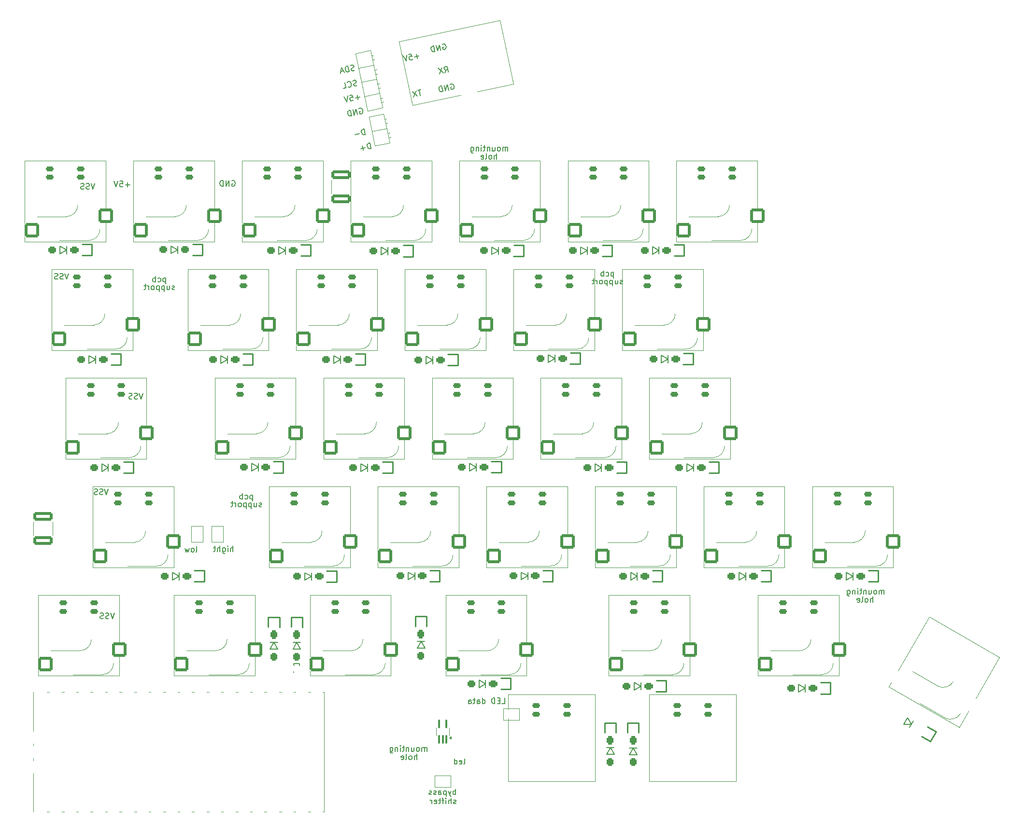
<source format=gbr>
%TF.GenerationSoftware,KiCad,Pcbnew,8.0.7*%
%TF.CreationDate,2025-08-07T21:50:34+02:00*%
%TF.ProjectId,pcb_keyboard_sx_rj11,7063625f-6b65-4796-926f-6172645f7378,rev?*%
%TF.SameCoordinates,Original*%
%TF.FileFunction,Legend,Bot*%
%TF.FilePolarity,Positive*%
%FSLAX46Y46*%
G04 Gerber Fmt 4.6, Leading zero omitted, Abs format (unit mm)*
G04 Created by KiCad (PCBNEW 8.0.7) date 2025-08-07 21:50:34*
%MOMM*%
%LPD*%
G01*
G04 APERTURE LIST*
G04 Aperture macros list*
%AMRoundRect*
0 Rectangle with rounded corners*
0 $1 Rounding radius*
0 $2 $3 $4 $5 $6 $7 $8 $9 X,Y pos of 4 corners*
0 Add a 4 corners polygon primitive as box body*
4,1,4,$2,$3,$4,$5,$6,$7,$8,$9,$2,$3,0*
0 Add four circle primitives for the rounded corners*
1,1,$1+$1,$2,$3*
1,1,$1+$1,$4,$5*
1,1,$1+$1,$6,$7*
1,1,$1+$1,$8,$9*
0 Add four rect primitives between the rounded corners*
20,1,$1+$1,$2,$3,$4,$5,0*
20,1,$1+$1,$4,$5,$6,$7,0*
20,1,$1+$1,$6,$7,$8,$9,0*
20,1,$1+$1,$8,$9,$2,$3,0*%
%AMHorizOval*
0 Thick line with rounded ends*
0 $1 width*
0 $2 $3 position (X,Y) of the first rounded end (center of the circle)*
0 $4 $5 position (X,Y) of the second rounded end (center of the circle)*
0 Add line between two ends*
20,1,$1,$2,$3,$4,$5,0*
0 Add two circle primitives to create the rounded ends*
1,1,$1,$2,$3*
1,1,$1,$4,$5*%
%AMRotRect*
0 Rectangle, with rotation*
0 The origin of the aperture is its center*
0 $1 length*
0 $2 width*
0 $3 Rotation angle, in degrees counterclockwise*
0 Add horizontal line*
21,1,$1,$2,0,0,$3*%
G04 Aperture macros list end*
%ADD10C,0.200000*%
%ADD11C,0.150000*%
%ADD12C,0.120000*%
%ADD13C,0.250000*%
%ADD14C,1.750000*%
%ADD15C,3.050000*%
%ADD16C,4.000000*%
%ADD17RoundRect,0.250000X1.025000X1.000000X-1.025000X1.000000X-1.025000X-1.000000X1.025000X-1.000000X0*%
%ADD18C,3.200000*%
%ADD19C,1.200000*%
%ADD20C,3.250000*%
%ADD21RotRect,1.520000X1.520000X101.899000*%
%ADD22C,1.520000*%
%ADD23R,1.700000X1.700000*%
%ADD24O,1.700000X1.700000*%
%ADD25C,1.900000*%
%ADD26C,3.450000*%
%ADD27C,2.200000*%
%ADD28R,1.400000X1.400000*%
%ADD29RoundRect,0.300000X0.400000X0.300000X-0.400000X0.300000X-0.400000X-0.300000X0.400000X-0.300000X0*%
%ADD30C,1.400000*%
%ADD31RoundRect,0.250000X1.387676X0.353525X-0.387676X1.378525X-1.387676X-0.353525X0.387676X-1.378525X0*%
%ADD32RoundRect,0.205000X0.495000X0.205000X-0.495000X0.205000X-0.495000X-0.205000X0.495000X-0.205000X0*%
%ADD33RoundRect,0.300000X0.450000X0.300000X-0.450000X0.300000X-0.450000X-0.300000X0.450000X-0.300000X0*%
%ADD34RoundRect,0.250000X1.450000X-0.537500X1.450000X0.537500X-1.450000X0.537500X-1.450000X-0.537500X0*%
%ADD35R,1.700000X3.500000*%
%ADD36R,3.500000X1.700000*%
%ADD37O,1.700000X1.400000*%
%ADD38RoundRect,0.205000X0.531183X-0.069965X-0.326183X0.425035X-0.531183X0.069965X0.326183X-0.425035X0*%
%ADD39R,1.000000X1.500000*%
%ADD40RoundRect,0.205000X-0.495000X-0.205000X0.495000X-0.205000X0.495000X0.205000X-0.495000X0.205000X0*%
%ADD41R,1.500000X1.000000*%
%ADD42RotRect,1.400000X1.400000X150.000000*%
%ADD43RoundRect,0.300000X0.539711X0.034808X-0.239711X0.484808X-0.539711X-0.034808X0.239711X-0.484808X0*%
%ADD44RoundRect,0.300000X0.496410X0.059808X-0.196410X0.459808X-0.496410X-0.059808X0.196410X-0.459808X0*%
%ADD45RotRect,1.700000X1.700000X191.899000*%
%ADD46HorizOval,1.700000X0.000000X0.000000X0.000000X0.000000X0*%
%ADD47RoundRect,0.300000X-0.300000X0.450000X-0.300000X-0.450000X0.300000X-0.450000X0.300000X0.450000X0*%
%ADD48RoundRect,0.300000X-0.300000X0.400000X-0.300000X-0.400000X0.300000X-0.400000X0.300000X0.400000X0*%
%ADD49RoundRect,0.100000X0.100000X-0.650000X0.100000X0.650000X-0.100000X0.650000X-0.100000X-0.650000X0*%
%ADD50RoundRect,0.250000X-1.450000X0.537500X-1.450000X-0.537500X1.450000X-0.537500X1.450000X0.537500X0*%
G04 APERTURE END LIST*
D10*
X35897183Y-43904219D02*
X35563850Y-44904219D01*
X35563850Y-44904219D02*
X35230517Y-43904219D01*
X34944802Y-44856600D02*
X34801945Y-44904219D01*
X34801945Y-44904219D02*
X34563850Y-44904219D01*
X34563850Y-44904219D02*
X34468612Y-44856600D01*
X34468612Y-44856600D02*
X34420993Y-44808980D01*
X34420993Y-44808980D02*
X34373374Y-44713742D01*
X34373374Y-44713742D02*
X34373374Y-44618504D01*
X34373374Y-44618504D02*
X34420993Y-44523266D01*
X34420993Y-44523266D02*
X34468612Y-44475647D01*
X34468612Y-44475647D02*
X34563850Y-44428028D01*
X34563850Y-44428028D02*
X34754326Y-44380409D01*
X34754326Y-44380409D02*
X34849564Y-44332790D01*
X34849564Y-44332790D02*
X34897183Y-44285171D01*
X34897183Y-44285171D02*
X34944802Y-44189933D01*
X34944802Y-44189933D02*
X34944802Y-44094695D01*
X34944802Y-44094695D02*
X34897183Y-43999457D01*
X34897183Y-43999457D02*
X34849564Y-43951838D01*
X34849564Y-43951838D02*
X34754326Y-43904219D01*
X34754326Y-43904219D02*
X34516231Y-43904219D01*
X34516231Y-43904219D02*
X34373374Y-43951838D01*
X33992421Y-44856600D02*
X33849564Y-44904219D01*
X33849564Y-44904219D02*
X33611469Y-44904219D01*
X33611469Y-44904219D02*
X33516231Y-44856600D01*
X33516231Y-44856600D02*
X33468612Y-44808980D01*
X33468612Y-44808980D02*
X33420993Y-44713742D01*
X33420993Y-44713742D02*
X33420993Y-44618504D01*
X33420993Y-44618504D02*
X33468612Y-44523266D01*
X33468612Y-44523266D02*
X33516231Y-44475647D01*
X33516231Y-44475647D02*
X33611469Y-44428028D01*
X33611469Y-44428028D02*
X33801945Y-44380409D01*
X33801945Y-44380409D02*
X33897183Y-44332790D01*
X33897183Y-44332790D02*
X33944802Y-44285171D01*
X33944802Y-44285171D02*
X33992421Y-44189933D01*
X33992421Y-44189933D02*
X33992421Y-44094695D01*
X33992421Y-44094695D02*
X33944802Y-43999457D01*
X33944802Y-43999457D02*
X33897183Y-43951838D01*
X33897183Y-43951838D02*
X33801945Y-43904219D01*
X33801945Y-43904219D02*
X33563850Y-43904219D01*
X33563850Y-43904219D02*
X33420993Y-43951838D01*
X99129326Y-151129275D02*
X99129326Y-150129275D01*
X99129326Y-150510227D02*
X99034088Y-150462608D01*
X99034088Y-150462608D02*
X98843612Y-150462608D01*
X98843612Y-150462608D02*
X98748374Y-150510227D01*
X98748374Y-150510227D02*
X98700755Y-150557846D01*
X98700755Y-150557846D02*
X98653136Y-150653084D01*
X98653136Y-150653084D02*
X98653136Y-150938798D01*
X98653136Y-150938798D02*
X98700755Y-151034036D01*
X98700755Y-151034036D02*
X98748374Y-151081656D01*
X98748374Y-151081656D02*
X98843612Y-151129275D01*
X98843612Y-151129275D02*
X99034088Y-151129275D01*
X99034088Y-151129275D02*
X99129326Y-151081656D01*
X98319802Y-150462608D02*
X98081707Y-151129275D01*
X97843612Y-150462608D02*
X98081707Y-151129275D01*
X98081707Y-151129275D02*
X98176945Y-151367370D01*
X98176945Y-151367370D02*
X98224564Y-151414989D01*
X98224564Y-151414989D02*
X98319802Y-151462608D01*
X97462659Y-150462608D02*
X97462659Y-151462608D01*
X97462659Y-150510227D02*
X97367421Y-150462608D01*
X97367421Y-150462608D02*
X97176945Y-150462608D01*
X97176945Y-150462608D02*
X97081707Y-150510227D01*
X97081707Y-150510227D02*
X97034088Y-150557846D01*
X97034088Y-150557846D02*
X96986469Y-150653084D01*
X96986469Y-150653084D02*
X96986469Y-150938798D01*
X96986469Y-150938798D02*
X97034088Y-151034036D01*
X97034088Y-151034036D02*
X97081707Y-151081656D01*
X97081707Y-151081656D02*
X97176945Y-151129275D01*
X97176945Y-151129275D02*
X97367421Y-151129275D01*
X97367421Y-151129275D02*
X97462659Y-151081656D01*
X96129326Y-151129275D02*
X96129326Y-150605465D01*
X96129326Y-150605465D02*
X96176945Y-150510227D01*
X96176945Y-150510227D02*
X96272183Y-150462608D01*
X96272183Y-150462608D02*
X96462659Y-150462608D01*
X96462659Y-150462608D02*
X96557897Y-150510227D01*
X96129326Y-151081656D02*
X96224564Y-151129275D01*
X96224564Y-151129275D02*
X96462659Y-151129275D01*
X96462659Y-151129275D02*
X96557897Y-151081656D01*
X96557897Y-151081656D02*
X96605516Y-150986417D01*
X96605516Y-150986417D02*
X96605516Y-150891179D01*
X96605516Y-150891179D02*
X96557897Y-150795941D01*
X96557897Y-150795941D02*
X96462659Y-150748322D01*
X96462659Y-150748322D02*
X96224564Y-150748322D01*
X96224564Y-150748322D02*
X96129326Y-150700703D01*
X95700754Y-151081656D02*
X95605516Y-151129275D01*
X95605516Y-151129275D02*
X95415040Y-151129275D01*
X95415040Y-151129275D02*
X95319802Y-151081656D01*
X95319802Y-151081656D02*
X95272183Y-150986417D01*
X95272183Y-150986417D02*
X95272183Y-150938798D01*
X95272183Y-150938798D02*
X95319802Y-150843560D01*
X95319802Y-150843560D02*
X95415040Y-150795941D01*
X95415040Y-150795941D02*
X95557897Y-150795941D01*
X95557897Y-150795941D02*
X95653135Y-150748322D01*
X95653135Y-150748322D02*
X95700754Y-150653084D01*
X95700754Y-150653084D02*
X95700754Y-150605465D01*
X95700754Y-150605465D02*
X95653135Y-150510227D01*
X95653135Y-150510227D02*
X95557897Y-150462608D01*
X95557897Y-150462608D02*
X95415040Y-150462608D01*
X95415040Y-150462608D02*
X95319802Y-150510227D01*
X94891230Y-151081656D02*
X94795992Y-151129275D01*
X94795992Y-151129275D02*
X94605516Y-151129275D01*
X94605516Y-151129275D02*
X94510278Y-151081656D01*
X94510278Y-151081656D02*
X94462659Y-150986417D01*
X94462659Y-150986417D02*
X94462659Y-150938798D01*
X94462659Y-150938798D02*
X94510278Y-150843560D01*
X94510278Y-150843560D02*
X94605516Y-150795941D01*
X94605516Y-150795941D02*
X94748373Y-150795941D01*
X94748373Y-150795941D02*
X94843611Y-150748322D01*
X94843611Y-150748322D02*
X94891230Y-150653084D01*
X94891230Y-150653084D02*
X94891230Y-150605465D01*
X94891230Y-150605465D02*
X94843611Y-150510227D01*
X94843611Y-150510227D02*
X94748373Y-150462608D01*
X94748373Y-150462608D02*
X94605516Y-150462608D01*
X94605516Y-150462608D02*
X94510278Y-150510227D01*
X99176945Y-152691600D02*
X99081707Y-152739219D01*
X99081707Y-152739219D02*
X98891231Y-152739219D01*
X98891231Y-152739219D02*
X98795993Y-152691600D01*
X98795993Y-152691600D02*
X98748374Y-152596361D01*
X98748374Y-152596361D02*
X98748374Y-152548742D01*
X98748374Y-152548742D02*
X98795993Y-152453504D01*
X98795993Y-152453504D02*
X98891231Y-152405885D01*
X98891231Y-152405885D02*
X99034088Y-152405885D01*
X99034088Y-152405885D02*
X99129326Y-152358266D01*
X99129326Y-152358266D02*
X99176945Y-152263028D01*
X99176945Y-152263028D02*
X99176945Y-152215409D01*
X99176945Y-152215409D02*
X99129326Y-152120171D01*
X99129326Y-152120171D02*
X99034088Y-152072552D01*
X99034088Y-152072552D02*
X98891231Y-152072552D01*
X98891231Y-152072552D02*
X98795993Y-152120171D01*
X98319802Y-152739219D02*
X98319802Y-151739219D01*
X97891231Y-152739219D02*
X97891231Y-152215409D01*
X97891231Y-152215409D02*
X97938850Y-152120171D01*
X97938850Y-152120171D02*
X98034088Y-152072552D01*
X98034088Y-152072552D02*
X98176945Y-152072552D01*
X98176945Y-152072552D02*
X98272183Y-152120171D01*
X98272183Y-152120171D02*
X98319802Y-152167790D01*
X97415040Y-152739219D02*
X97415040Y-152072552D01*
X97415040Y-151739219D02*
X97462659Y-151786838D01*
X97462659Y-151786838D02*
X97415040Y-151834457D01*
X97415040Y-151834457D02*
X97367421Y-151786838D01*
X97367421Y-151786838D02*
X97415040Y-151739219D01*
X97415040Y-151739219D02*
X97415040Y-151834457D01*
X97081707Y-152072552D02*
X96700755Y-152072552D01*
X96938850Y-152739219D02*
X96938850Y-151882076D01*
X96938850Y-151882076D02*
X96891231Y-151786838D01*
X96891231Y-151786838D02*
X96795993Y-151739219D01*
X96795993Y-151739219D02*
X96700755Y-151739219D01*
X96510278Y-152072552D02*
X96129326Y-152072552D01*
X96367421Y-151739219D02*
X96367421Y-152596361D01*
X96367421Y-152596361D02*
X96319802Y-152691600D01*
X96319802Y-152691600D02*
X96224564Y-152739219D01*
X96224564Y-152739219D02*
X96129326Y-152739219D01*
X95415040Y-152691600D02*
X95510278Y-152739219D01*
X95510278Y-152739219D02*
X95700754Y-152739219D01*
X95700754Y-152739219D02*
X95795992Y-152691600D01*
X95795992Y-152691600D02*
X95843611Y-152596361D01*
X95843611Y-152596361D02*
X95843611Y-152215409D01*
X95843611Y-152215409D02*
X95795992Y-152120171D01*
X95795992Y-152120171D02*
X95700754Y-152072552D01*
X95700754Y-152072552D02*
X95510278Y-152072552D01*
X95510278Y-152072552D02*
X95415040Y-152120171D01*
X95415040Y-152120171D02*
X95367421Y-152215409D01*
X95367421Y-152215409D02*
X95367421Y-152310647D01*
X95367421Y-152310647D02*
X95843611Y-152405885D01*
X94938849Y-152739219D02*
X94938849Y-152072552D01*
X94938849Y-152263028D02*
X94891230Y-152167790D01*
X94891230Y-152167790D02*
X94843611Y-152120171D01*
X94843611Y-152120171D02*
X94748373Y-152072552D01*
X94748373Y-152072552D02*
X94653135Y-152072552D01*
X60114326Y-108484219D02*
X60114326Y-107484219D01*
X59685755Y-108484219D02*
X59685755Y-107960409D01*
X59685755Y-107960409D02*
X59733374Y-107865171D01*
X59733374Y-107865171D02*
X59828612Y-107817552D01*
X59828612Y-107817552D02*
X59971469Y-107817552D01*
X59971469Y-107817552D02*
X60066707Y-107865171D01*
X60066707Y-107865171D02*
X60114326Y-107912790D01*
X59209564Y-108484219D02*
X59209564Y-107817552D01*
X59209564Y-107484219D02*
X59257183Y-107531838D01*
X59257183Y-107531838D02*
X59209564Y-107579457D01*
X59209564Y-107579457D02*
X59161945Y-107531838D01*
X59161945Y-107531838D02*
X59209564Y-107484219D01*
X59209564Y-107484219D02*
X59209564Y-107579457D01*
X58304803Y-107817552D02*
X58304803Y-108627076D01*
X58304803Y-108627076D02*
X58352422Y-108722314D01*
X58352422Y-108722314D02*
X58400041Y-108769933D01*
X58400041Y-108769933D02*
X58495279Y-108817552D01*
X58495279Y-108817552D02*
X58638136Y-108817552D01*
X58638136Y-108817552D02*
X58733374Y-108769933D01*
X58304803Y-108436600D02*
X58400041Y-108484219D01*
X58400041Y-108484219D02*
X58590517Y-108484219D01*
X58590517Y-108484219D02*
X58685755Y-108436600D01*
X58685755Y-108436600D02*
X58733374Y-108388980D01*
X58733374Y-108388980D02*
X58780993Y-108293742D01*
X58780993Y-108293742D02*
X58780993Y-108008028D01*
X58780993Y-108008028D02*
X58733374Y-107912790D01*
X58733374Y-107912790D02*
X58685755Y-107865171D01*
X58685755Y-107865171D02*
X58590517Y-107817552D01*
X58590517Y-107817552D02*
X58400041Y-107817552D01*
X58400041Y-107817552D02*
X58304803Y-107865171D01*
X57828612Y-108484219D02*
X57828612Y-107484219D01*
X57400041Y-108484219D02*
X57400041Y-107960409D01*
X57400041Y-107960409D02*
X57447660Y-107865171D01*
X57447660Y-107865171D02*
X57542898Y-107817552D01*
X57542898Y-107817552D02*
X57685755Y-107817552D01*
X57685755Y-107817552D02*
X57780993Y-107865171D01*
X57780993Y-107865171D02*
X57828612Y-107912790D01*
X57066707Y-107817552D02*
X56685755Y-107817552D01*
X56923850Y-107484219D02*
X56923850Y-108341361D01*
X56923850Y-108341361D02*
X56876231Y-108436600D01*
X56876231Y-108436600D02*
X56780993Y-108484219D01*
X56780993Y-108484219D02*
X56685755Y-108484219D01*
X92691344Y-21545527D02*
X91945811Y-21702622D01*
X92397125Y-21996841D02*
X92240030Y-21251308D01*
X90886255Y-21293245D02*
X91352213Y-21195060D01*
X91352213Y-21195060D02*
X91496993Y-21651200D01*
X91496993Y-21651200D02*
X91440579Y-21614423D01*
X91440579Y-21614423D02*
X91337569Y-21587464D01*
X91337569Y-21587464D02*
X91104590Y-21636556D01*
X91104590Y-21636556D02*
X91021217Y-21702789D01*
X91021217Y-21702789D02*
X90984439Y-21759203D01*
X90984439Y-21759203D02*
X90957480Y-21862213D01*
X90957480Y-21862213D02*
X91006572Y-22095192D01*
X91006572Y-22095192D02*
X91072805Y-22178565D01*
X91072805Y-22178565D02*
X91129219Y-22215343D01*
X91129219Y-22215343D02*
X91232229Y-22242302D01*
X91232229Y-22242302D02*
X91465209Y-22193210D01*
X91465209Y-22193210D02*
X91548582Y-22126977D01*
X91548582Y-22126977D02*
X91585359Y-22070563D01*
X90560084Y-21361974D02*
X90440100Y-22409215D01*
X90440100Y-22409215D02*
X89907742Y-21499432D01*
X53621469Y-108554219D02*
X53716707Y-108506600D01*
X53716707Y-108506600D02*
X53764326Y-108411361D01*
X53764326Y-108411361D02*
X53764326Y-107554219D01*
X53097659Y-108554219D02*
X53192897Y-108506600D01*
X53192897Y-108506600D02*
X53240516Y-108458980D01*
X53240516Y-108458980D02*
X53288135Y-108363742D01*
X53288135Y-108363742D02*
X53288135Y-108078028D01*
X53288135Y-108078028D02*
X53240516Y-107982790D01*
X53240516Y-107982790D02*
X53192897Y-107935171D01*
X53192897Y-107935171D02*
X53097659Y-107887552D01*
X53097659Y-107887552D02*
X52954802Y-107887552D01*
X52954802Y-107887552D02*
X52859564Y-107935171D01*
X52859564Y-107935171D02*
X52811945Y-107982790D01*
X52811945Y-107982790D02*
X52764326Y-108078028D01*
X52764326Y-108078028D02*
X52764326Y-108363742D01*
X52764326Y-108363742D02*
X52811945Y-108458980D01*
X52811945Y-108458980D02*
X52859564Y-108506600D01*
X52859564Y-108506600D02*
X52954802Y-108554219D01*
X52954802Y-108554219D02*
X53097659Y-108554219D01*
X52430992Y-107887552D02*
X52240516Y-108554219D01*
X52240516Y-108554219D02*
X52050040Y-108078028D01*
X52050040Y-108078028D02*
X51859564Y-108554219D01*
X51859564Y-108554219D02*
X51669088Y-107887552D01*
X59915517Y-43426838D02*
X60010755Y-43379219D01*
X60010755Y-43379219D02*
X60153612Y-43379219D01*
X60153612Y-43379219D02*
X60296469Y-43426838D01*
X60296469Y-43426838D02*
X60391707Y-43522076D01*
X60391707Y-43522076D02*
X60439326Y-43617314D01*
X60439326Y-43617314D02*
X60486945Y-43807790D01*
X60486945Y-43807790D02*
X60486945Y-43950647D01*
X60486945Y-43950647D02*
X60439326Y-44141123D01*
X60439326Y-44141123D02*
X60391707Y-44236361D01*
X60391707Y-44236361D02*
X60296469Y-44331600D01*
X60296469Y-44331600D02*
X60153612Y-44379219D01*
X60153612Y-44379219D02*
X60058374Y-44379219D01*
X60058374Y-44379219D02*
X59915517Y-44331600D01*
X59915517Y-44331600D02*
X59867898Y-44283980D01*
X59867898Y-44283980D02*
X59867898Y-43950647D01*
X59867898Y-43950647D02*
X60058374Y-43950647D01*
X59439326Y-44379219D02*
X59439326Y-43379219D01*
X59439326Y-43379219D02*
X58867898Y-44379219D01*
X58867898Y-44379219D02*
X58867898Y-43379219D01*
X58391707Y-44379219D02*
X58391707Y-43379219D01*
X58391707Y-43379219D02*
X58153612Y-43379219D01*
X58153612Y-43379219D02*
X58010755Y-43426838D01*
X58010755Y-43426838D02*
X57915517Y-43522076D01*
X57915517Y-43522076D02*
X57867898Y-43617314D01*
X57867898Y-43617314D02*
X57820279Y-43807790D01*
X57820279Y-43807790D02*
X57820279Y-43950647D01*
X57820279Y-43950647D02*
X57867898Y-44141123D01*
X57867898Y-44141123D02*
X57915517Y-44236361D01*
X57915517Y-44236361D02*
X58010755Y-44331600D01*
X58010755Y-44331600D02*
X58153612Y-44379219D01*
X58153612Y-44379219D02*
X58391707Y-44379219D01*
X82180969Y-30784380D02*
X82264342Y-30718147D01*
X82264342Y-30718147D02*
X82404130Y-30688692D01*
X82404130Y-30688692D02*
X82553736Y-30705832D01*
X82553736Y-30705832D02*
X82666564Y-30779387D01*
X82666564Y-30779387D02*
X82732797Y-30862760D01*
X82732797Y-30862760D02*
X82818666Y-31039325D01*
X82818666Y-31039325D02*
X82848122Y-31179113D01*
X82848122Y-31179113D02*
X82840800Y-31375314D01*
X82840800Y-31375314D02*
X82813841Y-31478324D01*
X82813841Y-31478324D02*
X82740286Y-31591153D01*
X82740286Y-31591153D02*
X82610317Y-31667204D01*
X82610317Y-31667204D02*
X82517125Y-31686841D01*
X82517125Y-31686841D02*
X82367519Y-31669700D01*
X82367519Y-31669700D02*
X82311105Y-31632923D01*
X82311105Y-31632923D02*
X82242376Y-31306752D01*
X82242376Y-31306752D02*
X82428759Y-31267478D01*
X81911379Y-31814481D02*
X81705192Y-30835968D01*
X81705192Y-30835968D02*
X81352229Y-31932302D01*
X81352229Y-31932302D02*
X81146042Y-30953789D01*
X80886271Y-32030486D02*
X80680084Y-31051974D01*
X80680084Y-31051974D02*
X80447105Y-31101066D01*
X80447105Y-31101066D02*
X80317136Y-31177117D01*
X80317136Y-31177117D02*
X80243581Y-31289945D01*
X80243581Y-31289945D02*
X80216622Y-31392956D01*
X80216622Y-31392956D02*
X80209300Y-31589157D01*
X80209300Y-31589157D02*
X80238755Y-31728945D01*
X80238755Y-31728945D02*
X80324625Y-31905510D01*
X80324625Y-31905510D02*
X80390857Y-31988883D01*
X80390857Y-31988883D02*
X80503686Y-32062438D01*
X80503686Y-32062438D02*
X80653292Y-32079578D01*
X80653292Y-32079578D02*
X80886271Y-32030486D01*
X83298776Y-35329717D02*
X83092589Y-34351204D01*
X83092589Y-34351204D02*
X82859610Y-34400296D01*
X82859610Y-34400296D02*
X82729640Y-34476347D01*
X82729640Y-34476347D02*
X82656086Y-34589176D01*
X82656086Y-34589176D02*
X82629127Y-34692186D01*
X82629127Y-34692186D02*
X82621805Y-34888388D01*
X82621805Y-34888388D02*
X82651260Y-35028175D01*
X82651260Y-35028175D02*
X82737129Y-35204740D01*
X82737129Y-35204740D02*
X82803362Y-35288113D01*
X82803362Y-35288113D02*
X82916191Y-35361668D01*
X82916191Y-35361668D02*
X83065797Y-35378809D01*
X83065797Y-35378809D02*
X83298776Y-35329717D01*
X82241716Y-35163137D02*
X81496182Y-35320232D01*
X98180969Y-26514380D02*
X98264342Y-26448147D01*
X98264342Y-26448147D02*
X98404130Y-26418692D01*
X98404130Y-26418692D02*
X98553736Y-26435832D01*
X98553736Y-26435832D02*
X98666564Y-26509387D01*
X98666564Y-26509387D02*
X98732797Y-26592760D01*
X98732797Y-26592760D02*
X98818666Y-26769325D01*
X98818666Y-26769325D02*
X98848122Y-26909113D01*
X98848122Y-26909113D02*
X98840800Y-27105314D01*
X98840800Y-27105314D02*
X98813841Y-27208324D01*
X98813841Y-27208324D02*
X98740286Y-27321153D01*
X98740286Y-27321153D02*
X98610317Y-27397204D01*
X98610317Y-27397204D02*
X98517125Y-27416841D01*
X98517125Y-27416841D02*
X98367519Y-27399700D01*
X98367519Y-27399700D02*
X98311105Y-27362923D01*
X98311105Y-27362923D02*
X98242376Y-27036752D01*
X98242376Y-27036752D02*
X98428759Y-26997478D01*
X97911379Y-27544481D02*
X97705192Y-26565968D01*
X97705192Y-26565968D02*
X97352229Y-27662302D01*
X97352229Y-27662302D02*
X97146042Y-26683789D01*
X96886271Y-27760486D02*
X96680084Y-26781974D01*
X96680084Y-26781974D02*
X96447105Y-26831066D01*
X96447105Y-26831066D02*
X96317136Y-26907117D01*
X96317136Y-26907117D02*
X96243581Y-27019945D01*
X96243581Y-27019945D02*
X96216622Y-27122956D01*
X96216622Y-27122956D02*
X96209300Y-27319157D01*
X96209300Y-27319157D02*
X96238755Y-27458945D01*
X96238755Y-27458945D02*
X96324625Y-27635510D01*
X96324625Y-27635510D02*
X96390857Y-27718883D01*
X96390857Y-27718883D02*
X96503686Y-27792438D01*
X96503686Y-27792438D02*
X96653292Y-27809578D01*
X96653292Y-27809578D02*
X96886271Y-27760486D01*
X38257183Y-97514219D02*
X37923850Y-98514219D01*
X37923850Y-98514219D02*
X37590517Y-97514219D01*
X37304802Y-98466600D02*
X37161945Y-98514219D01*
X37161945Y-98514219D02*
X36923850Y-98514219D01*
X36923850Y-98514219D02*
X36828612Y-98466600D01*
X36828612Y-98466600D02*
X36780993Y-98418980D01*
X36780993Y-98418980D02*
X36733374Y-98323742D01*
X36733374Y-98323742D02*
X36733374Y-98228504D01*
X36733374Y-98228504D02*
X36780993Y-98133266D01*
X36780993Y-98133266D02*
X36828612Y-98085647D01*
X36828612Y-98085647D02*
X36923850Y-98038028D01*
X36923850Y-98038028D02*
X37114326Y-97990409D01*
X37114326Y-97990409D02*
X37209564Y-97942790D01*
X37209564Y-97942790D02*
X37257183Y-97895171D01*
X37257183Y-97895171D02*
X37304802Y-97799933D01*
X37304802Y-97799933D02*
X37304802Y-97704695D01*
X37304802Y-97704695D02*
X37257183Y-97609457D01*
X37257183Y-97609457D02*
X37209564Y-97561838D01*
X37209564Y-97561838D02*
X37114326Y-97514219D01*
X37114326Y-97514219D02*
X36876231Y-97514219D01*
X36876231Y-97514219D02*
X36733374Y-97561838D01*
X36352421Y-98466600D02*
X36209564Y-98514219D01*
X36209564Y-98514219D02*
X35971469Y-98514219D01*
X35971469Y-98514219D02*
X35876231Y-98466600D01*
X35876231Y-98466600D02*
X35828612Y-98418980D01*
X35828612Y-98418980D02*
X35780993Y-98323742D01*
X35780993Y-98323742D02*
X35780993Y-98228504D01*
X35780993Y-98228504D02*
X35828612Y-98133266D01*
X35828612Y-98133266D02*
X35876231Y-98085647D01*
X35876231Y-98085647D02*
X35971469Y-98038028D01*
X35971469Y-98038028D02*
X36161945Y-97990409D01*
X36161945Y-97990409D02*
X36257183Y-97942790D01*
X36257183Y-97942790D02*
X36304802Y-97895171D01*
X36304802Y-97895171D02*
X36352421Y-97799933D01*
X36352421Y-97799933D02*
X36352421Y-97704695D01*
X36352421Y-97704695D02*
X36304802Y-97609457D01*
X36304802Y-97609457D02*
X36257183Y-97561838D01*
X36257183Y-97561838D02*
X36161945Y-97514219D01*
X36161945Y-97514219D02*
X35923850Y-97514219D01*
X35923850Y-97514219D02*
X35780993Y-97561838D01*
X39297183Y-119254219D02*
X38963850Y-120254219D01*
X38963850Y-120254219D02*
X38630517Y-119254219D01*
X38344802Y-120206600D02*
X38201945Y-120254219D01*
X38201945Y-120254219D02*
X37963850Y-120254219D01*
X37963850Y-120254219D02*
X37868612Y-120206600D01*
X37868612Y-120206600D02*
X37820993Y-120158980D01*
X37820993Y-120158980D02*
X37773374Y-120063742D01*
X37773374Y-120063742D02*
X37773374Y-119968504D01*
X37773374Y-119968504D02*
X37820993Y-119873266D01*
X37820993Y-119873266D02*
X37868612Y-119825647D01*
X37868612Y-119825647D02*
X37963850Y-119778028D01*
X37963850Y-119778028D02*
X38154326Y-119730409D01*
X38154326Y-119730409D02*
X38249564Y-119682790D01*
X38249564Y-119682790D02*
X38297183Y-119635171D01*
X38297183Y-119635171D02*
X38344802Y-119539933D01*
X38344802Y-119539933D02*
X38344802Y-119444695D01*
X38344802Y-119444695D02*
X38297183Y-119349457D01*
X38297183Y-119349457D02*
X38249564Y-119301838D01*
X38249564Y-119301838D02*
X38154326Y-119254219D01*
X38154326Y-119254219D02*
X37916231Y-119254219D01*
X37916231Y-119254219D02*
X37773374Y-119301838D01*
X37392421Y-120206600D02*
X37249564Y-120254219D01*
X37249564Y-120254219D02*
X37011469Y-120254219D01*
X37011469Y-120254219D02*
X36916231Y-120206600D01*
X36916231Y-120206600D02*
X36868612Y-120158980D01*
X36868612Y-120158980D02*
X36820993Y-120063742D01*
X36820993Y-120063742D02*
X36820993Y-119968504D01*
X36820993Y-119968504D02*
X36868612Y-119873266D01*
X36868612Y-119873266D02*
X36916231Y-119825647D01*
X36916231Y-119825647D02*
X37011469Y-119778028D01*
X37011469Y-119778028D02*
X37201945Y-119730409D01*
X37201945Y-119730409D02*
X37297183Y-119682790D01*
X37297183Y-119682790D02*
X37344802Y-119635171D01*
X37344802Y-119635171D02*
X37392421Y-119539933D01*
X37392421Y-119539933D02*
X37392421Y-119444695D01*
X37392421Y-119444695D02*
X37344802Y-119349457D01*
X37344802Y-119349457D02*
X37297183Y-119301838D01*
X37297183Y-119301838D02*
X37201945Y-119254219D01*
X37201945Y-119254219D02*
X36963850Y-119254219D01*
X36963850Y-119254219D02*
X36820993Y-119301838D01*
X82339489Y-28716028D02*
X81593956Y-28873123D01*
X82045270Y-29167342D02*
X81888175Y-28421809D01*
X80534400Y-28463746D02*
X81000358Y-28365561D01*
X81000358Y-28365561D02*
X81145138Y-28821701D01*
X81145138Y-28821701D02*
X81088724Y-28784924D01*
X81088724Y-28784924D02*
X80985714Y-28757965D01*
X80985714Y-28757965D02*
X80752735Y-28807057D01*
X80752735Y-28807057D02*
X80669362Y-28873290D01*
X80669362Y-28873290D02*
X80632584Y-28929704D01*
X80632584Y-28929704D02*
X80605625Y-29032714D01*
X80605625Y-29032714D02*
X80654717Y-29265693D01*
X80654717Y-29265693D02*
X80720950Y-29349066D01*
X80720950Y-29349066D02*
X80777364Y-29385844D01*
X80777364Y-29385844D02*
X80880374Y-29412803D01*
X80880374Y-29412803D02*
X81113354Y-29363711D01*
X81113354Y-29363711D02*
X81196727Y-29297478D01*
X81196727Y-29297478D02*
X81233504Y-29241064D01*
X80208229Y-28532475D02*
X80088245Y-29579716D01*
X80088245Y-29579716D02*
X79555887Y-28669933D01*
X100576469Y-145792219D02*
X100671707Y-145744600D01*
X100671707Y-145744600D02*
X100719326Y-145649361D01*
X100719326Y-145649361D02*
X100719326Y-144792219D01*
X99814564Y-145744600D02*
X99909802Y-145792219D01*
X99909802Y-145792219D02*
X100100278Y-145792219D01*
X100100278Y-145792219D02*
X100195516Y-145744600D01*
X100195516Y-145744600D02*
X100243135Y-145649361D01*
X100243135Y-145649361D02*
X100243135Y-145268409D01*
X100243135Y-145268409D02*
X100195516Y-145173171D01*
X100195516Y-145173171D02*
X100100278Y-145125552D01*
X100100278Y-145125552D02*
X99909802Y-145125552D01*
X99909802Y-145125552D02*
X99814564Y-145173171D01*
X99814564Y-145173171D02*
X99766945Y-145268409D01*
X99766945Y-145268409D02*
X99766945Y-145363647D01*
X99766945Y-145363647D02*
X100243135Y-145458885D01*
X98909802Y-145792219D02*
X98909802Y-144792219D01*
X98909802Y-145744600D02*
X99005040Y-145792219D01*
X99005040Y-145792219D02*
X99195516Y-145792219D01*
X99195516Y-145792219D02*
X99290754Y-145744600D01*
X99290754Y-145744600D02*
X99338373Y-145696980D01*
X99338373Y-145696980D02*
X99385992Y-145601742D01*
X99385992Y-145601742D02*
X99385992Y-145316028D01*
X99385992Y-145316028D02*
X99338373Y-145220790D01*
X99338373Y-145220790D02*
X99290754Y-145173171D01*
X99290754Y-145173171D02*
X99195516Y-145125552D01*
X99195516Y-145125552D02*
X99005040Y-145125552D01*
X99005040Y-145125552D02*
X98909802Y-145173171D01*
X81856669Y-26691879D02*
X81726700Y-26767930D01*
X81726700Y-26767930D02*
X81493721Y-26817023D01*
X81493721Y-26817023D02*
X81390711Y-26790064D01*
X81390711Y-26790064D02*
X81334297Y-26753286D01*
X81334297Y-26753286D02*
X81268064Y-26669913D01*
X81268064Y-26669913D02*
X81248427Y-26576721D01*
X81248427Y-26576721D02*
X81275386Y-26473711D01*
X81275386Y-26473711D02*
X81312163Y-26417297D01*
X81312163Y-26417297D02*
X81395537Y-26351064D01*
X81395537Y-26351064D02*
X81572102Y-26265195D01*
X81572102Y-26265195D02*
X81655475Y-26198962D01*
X81655475Y-26198962D02*
X81692252Y-26142548D01*
X81692252Y-26142548D02*
X81719211Y-26039538D01*
X81719211Y-26039538D02*
X81699574Y-25946346D01*
X81699574Y-25946346D02*
X81633342Y-25862973D01*
X81633342Y-25862973D02*
X81576927Y-25826195D01*
X81576927Y-25826195D02*
X81473917Y-25799236D01*
X81473917Y-25799236D02*
X81240938Y-25848328D01*
X81240938Y-25848328D02*
X81110969Y-25924380D01*
X80309188Y-26969292D02*
X80365602Y-27006069D01*
X80365602Y-27006069D02*
X80515208Y-27023210D01*
X80515208Y-27023210D02*
X80608400Y-27003573D01*
X80608400Y-27003573D02*
X80738369Y-26927522D01*
X80738369Y-26927522D02*
X80811924Y-26814693D01*
X80811924Y-26814693D02*
X80838883Y-26711683D01*
X80838883Y-26711683D02*
X80846205Y-26515481D01*
X80846205Y-26515481D02*
X80816750Y-26375694D01*
X80816750Y-26375694D02*
X80730880Y-26199129D01*
X80730880Y-26199129D02*
X80664647Y-26115756D01*
X80664647Y-26115756D02*
X80551819Y-26042201D01*
X80551819Y-26042201D02*
X80402213Y-26025060D01*
X80402213Y-26025060D02*
X80309021Y-26044697D01*
X80309021Y-26044697D02*
X80179052Y-26120748D01*
X80179052Y-26120748D02*
X80142275Y-26177163D01*
X79443504Y-27249034D02*
X79909462Y-27150849D01*
X79909462Y-27150849D02*
X79703275Y-26172337D01*
X81425249Y-24026548D02*
X81295280Y-24102599D01*
X81295280Y-24102599D02*
X81062301Y-24151692D01*
X81062301Y-24151692D02*
X80959291Y-24124733D01*
X80959291Y-24124733D02*
X80902877Y-24087955D01*
X80902877Y-24087955D02*
X80836644Y-24004582D01*
X80836644Y-24004582D02*
X80817007Y-23911390D01*
X80817007Y-23911390D02*
X80843966Y-23808380D01*
X80843966Y-23808380D02*
X80880743Y-23751966D01*
X80880743Y-23751966D02*
X80964117Y-23685733D01*
X80964117Y-23685733D02*
X81140682Y-23599864D01*
X81140682Y-23599864D02*
X81224055Y-23533631D01*
X81224055Y-23533631D02*
X81260832Y-23477217D01*
X81260832Y-23477217D02*
X81287791Y-23374207D01*
X81287791Y-23374207D02*
X81268154Y-23281015D01*
X81268154Y-23281015D02*
X81201922Y-23197642D01*
X81201922Y-23197642D02*
X81145507Y-23160864D01*
X81145507Y-23160864D02*
X81042497Y-23133905D01*
X81042497Y-23133905D02*
X80809518Y-23182997D01*
X80809518Y-23182997D02*
X80679549Y-23259049D01*
X80456555Y-24279331D02*
X80250368Y-23300819D01*
X80250368Y-23300819D02*
X80017389Y-23349911D01*
X80017389Y-23349911D02*
X79887420Y-23425962D01*
X79887420Y-23425962D02*
X79813865Y-23538790D01*
X79813865Y-23538790D02*
X79786906Y-23641801D01*
X79786906Y-23641801D02*
X79779584Y-23838002D01*
X79779584Y-23838002D02*
X79809039Y-23977790D01*
X79809039Y-23977790D02*
X79894909Y-24154355D01*
X79894909Y-24154355D02*
X79961141Y-24237728D01*
X79961141Y-24237728D02*
X80073970Y-24311283D01*
X80073970Y-24311283D02*
X80223576Y-24328423D01*
X80223576Y-24328423D02*
X80456555Y-24279331D01*
X79465728Y-24196125D02*
X78999769Y-24294309D01*
X79617830Y-24456063D02*
X79085472Y-23546279D01*
X79085472Y-23546279D02*
X78965488Y-24593521D01*
X44317183Y-80714219D02*
X43983850Y-81714219D01*
X43983850Y-81714219D02*
X43650517Y-80714219D01*
X43364802Y-81666600D02*
X43221945Y-81714219D01*
X43221945Y-81714219D02*
X42983850Y-81714219D01*
X42983850Y-81714219D02*
X42888612Y-81666600D01*
X42888612Y-81666600D02*
X42840993Y-81618980D01*
X42840993Y-81618980D02*
X42793374Y-81523742D01*
X42793374Y-81523742D02*
X42793374Y-81428504D01*
X42793374Y-81428504D02*
X42840993Y-81333266D01*
X42840993Y-81333266D02*
X42888612Y-81285647D01*
X42888612Y-81285647D02*
X42983850Y-81238028D01*
X42983850Y-81238028D02*
X43174326Y-81190409D01*
X43174326Y-81190409D02*
X43269564Y-81142790D01*
X43269564Y-81142790D02*
X43317183Y-81095171D01*
X43317183Y-81095171D02*
X43364802Y-80999933D01*
X43364802Y-80999933D02*
X43364802Y-80904695D01*
X43364802Y-80904695D02*
X43317183Y-80809457D01*
X43317183Y-80809457D02*
X43269564Y-80761838D01*
X43269564Y-80761838D02*
X43174326Y-80714219D01*
X43174326Y-80714219D02*
X42936231Y-80714219D01*
X42936231Y-80714219D02*
X42793374Y-80761838D01*
X42412421Y-81666600D02*
X42269564Y-81714219D01*
X42269564Y-81714219D02*
X42031469Y-81714219D01*
X42031469Y-81714219D02*
X41936231Y-81666600D01*
X41936231Y-81666600D02*
X41888612Y-81618980D01*
X41888612Y-81618980D02*
X41840993Y-81523742D01*
X41840993Y-81523742D02*
X41840993Y-81428504D01*
X41840993Y-81428504D02*
X41888612Y-81333266D01*
X41888612Y-81333266D02*
X41936231Y-81285647D01*
X41936231Y-81285647D02*
X42031469Y-81238028D01*
X42031469Y-81238028D02*
X42221945Y-81190409D01*
X42221945Y-81190409D02*
X42317183Y-81142790D01*
X42317183Y-81142790D02*
X42364802Y-81095171D01*
X42364802Y-81095171D02*
X42412421Y-80999933D01*
X42412421Y-80999933D02*
X42412421Y-80904695D01*
X42412421Y-80904695D02*
X42364802Y-80809457D01*
X42364802Y-80809457D02*
X42317183Y-80761838D01*
X42317183Y-80761838D02*
X42221945Y-80714219D01*
X42221945Y-80714219D02*
X41983850Y-80714219D01*
X41983850Y-80714219D02*
X41840993Y-80761838D01*
X42004326Y-44133266D02*
X41242422Y-44133266D01*
X41623374Y-44514219D02*
X41623374Y-43752314D01*
X40290041Y-43514219D02*
X40766231Y-43514219D01*
X40766231Y-43514219D02*
X40813850Y-43990409D01*
X40813850Y-43990409D02*
X40766231Y-43942790D01*
X40766231Y-43942790D02*
X40670993Y-43895171D01*
X40670993Y-43895171D02*
X40432898Y-43895171D01*
X40432898Y-43895171D02*
X40337660Y-43942790D01*
X40337660Y-43942790D02*
X40290041Y-43990409D01*
X40290041Y-43990409D02*
X40242422Y-44085647D01*
X40242422Y-44085647D02*
X40242422Y-44323742D01*
X40242422Y-44323742D02*
X40290041Y-44418980D01*
X40290041Y-44418980D02*
X40337660Y-44466600D01*
X40337660Y-44466600D02*
X40432898Y-44514219D01*
X40432898Y-44514219D02*
X40670993Y-44514219D01*
X40670993Y-44514219D02*
X40766231Y-44466600D01*
X40766231Y-44466600D02*
X40813850Y-44418980D01*
X39956707Y-43514219D02*
X39623374Y-44514219D01*
X39623374Y-44514219D02*
X39290041Y-43514219D01*
X93023492Y-27470326D02*
X92464342Y-27588147D01*
X92950104Y-28507749D02*
X92743917Y-27529236D01*
X92231363Y-27637239D02*
X91785208Y-28753210D01*
X91579021Y-27774697D02*
X92437550Y-28615752D01*
X96795969Y-19509380D02*
X96879342Y-19443147D01*
X96879342Y-19443147D02*
X97019130Y-19413692D01*
X97019130Y-19413692D02*
X97168736Y-19430832D01*
X97168736Y-19430832D02*
X97281564Y-19504387D01*
X97281564Y-19504387D02*
X97347797Y-19587760D01*
X97347797Y-19587760D02*
X97433666Y-19764325D01*
X97433666Y-19764325D02*
X97463122Y-19904113D01*
X97463122Y-19904113D02*
X97455800Y-20100314D01*
X97455800Y-20100314D02*
X97428841Y-20203324D01*
X97428841Y-20203324D02*
X97355286Y-20316153D01*
X97355286Y-20316153D02*
X97225317Y-20392204D01*
X97225317Y-20392204D02*
X97132125Y-20411841D01*
X97132125Y-20411841D02*
X96982519Y-20394700D01*
X96982519Y-20394700D02*
X96926105Y-20357923D01*
X96926105Y-20357923D02*
X96857376Y-20031752D01*
X96857376Y-20031752D02*
X97043759Y-19992478D01*
X96526379Y-20539481D02*
X96320192Y-19560968D01*
X96320192Y-19560968D02*
X95967229Y-20657302D01*
X95967229Y-20657302D02*
X95761042Y-19678789D01*
X95501271Y-20755486D02*
X95295084Y-19776974D01*
X95295084Y-19776974D02*
X95062105Y-19826066D01*
X95062105Y-19826066D02*
X94932136Y-19902117D01*
X94932136Y-19902117D02*
X94858581Y-20014945D01*
X94858581Y-20014945D02*
X94831622Y-20117956D01*
X94831622Y-20117956D02*
X94824300Y-20314157D01*
X94824300Y-20314157D02*
X94853755Y-20453945D01*
X94853755Y-20453945D02*
X94939625Y-20630510D01*
X94939625Y-20630510D02*
X95005857Y-20713883D01*
X95005857Y-20713883D02*
X95118686Y-20787438D01*
X95118686Y-20787438D02*
X95268292Y-20804578D01*
X95268292Y-20804578D02*
X95501271Y-20755486D01*
X107243136Y-135169219D02*
X107719326Y-135169219D01*
X107719326Y-135169219D02*
X107719326Y-134169219D01*
X106909802Y-134645409D02*
X106576469Y-134645409D01*
X106433612Y-135169219D02*
X106909802Y-135169219D01*
X106909802Y-135169219D02*
X106909802Y-134169219D01*
X106909802Y-134169219D02*
X106433612Y-134169219D01*
X106005040Y-135169219D02*
X106005040Y-134169219D01*
X106005040Y-134169219D02*
X105766945Y-134169219D01*
X105766945Y-134169219D02*
X105624088Y-134216838D01*
X105624088Y-134216838D02*
X105528850Y-134312076D01*
X105528850Y-134312076D02*
X105481231Y-134407314D01*
X105481231Y-134407314D02*
X105433612Y-134597790D01*
X105433612Y-134597790D02*
X105433612Y-134740647D01*
X105433612Y-134740647D02*
X105481231Y-134931123D01*
X105481231Y-134931123D02*
X105528850Y-135026361D01*
X105528850Y-135026361D02*
X105624088Y-135121600D01*
X105624088Y-135121600D02*
X105766945Y-135169219D01*
X105766945Y-135169219D02*
X106005040Y-135169219D01*
X103814564Y-135169219D02*
X103814564Y-134169219D01*
X103814564Y-135121600D02*
X103909802Y-135169219D01*
X103909802Y-135169219D02*
X104100278Y-135169219D01*
X104100278Y-135169219D02*
X104195516Y-135121600D01*
X104195516Y-135121600D02*
X104243135Y-135073980D01*
X104243135Y-135073980D02*
X104290754Y-134978742D01*
X104290754Y-134978742D02*
X104290754Y-134693028D01*
X104290754Y-134693028D02*
X104243135Y-134597790D01*
X104243135Y-134597790D02*
X104195516Y-134550171D01*
X104195516Y-134550171D02*
X104100278Y-134502552D01*
X104100278Y-134502552D02*
X103909802Y-134502552D01*
X103909802Y-134502552D02*
X103814564Y-134550171D01*
X102909802Y-135169219D02*
X102909802Y-134645409D01*
X102909802Y-134645409D02*
X102957421Y-134550171D01*
X102957421Y-134550171D02*
X103052659Y-134502552D01*
X103052659Y-134502552D02*
X103243135Y-134502552D01*
X103243135Y-134502552D02*
X103338373Y-134550171D01*
X102909802Y-135121600D02*
X103005040Y-135169219D01*
X103005040Y-135169219D02*
X103243135Y-135169219D01*
X103243135Y-135169219D02*
X103338373Y-135121600D01*
X103338373Y-135121600D02*
X103385992Y-135026361D01*
X103385992Y-135026361D02*
X103385992Y-134931123D01*
X103385992Y-134931123D02*
X103338373Y-134835885D01*
X103338373Y-134835885D02*
X103243135Y-134788266D01*
X103243135Y-134788266D02*
X103005040Y-134788266D01*
X103005040Y-134788266D02*
X102909802Y-134740647D01*
X102576468Y-134502552D02*
X102195516Y-134502552D01*
X102433611Y-134169219D02*
X102433611Y-135026361D01*
X102433611Y-135026361D02*
X102385992Y-135121600D01*
X102385992Y-135121600D02*
X102290754Y-135169219D01*
X102290754Y-135169219D02*
X102195516Y-135169219D01*
X101433611Y-135169219D02*
X101433611Y-134645409D01*
X101433611Y-134645409D02*
X101481230Y-134550171D01*
X101481230Y-134550171D02*
X101576468Y-134502552D01*
X101576468Y-134502552D02*
X101766944Y-134502552D01*
X101766944Y-134502552D02*
X101862182Y-134550171D01*
X101433611Y-135121600D02*
X101528849Y-135169219D01*
X101528849Y-135169219D02*
X101766944Y-135169219D01*
X101766944Y-135169219D02*
X101862182Y-135121600D01*
X101862182Y-135121600D02*
X101909801Y-135026361D01*
X101909801Y-135026361D02*
X101909801Y-134931123D01*
X101909801Y-134931123D02*
X101862182Y-134835885D01*
X101862182Y-134835885D02*
X101766944Y-134788266D01*
X101766944Y-134788266D02*
X101528849Y-134788266D01*
X101528849Y-134788266D02*
X101433611Y-134740647D01*
X31297183Y-59694219D02*
X30963850Y-60694219D01*
X30963850Y-60694219D02*
X30630517Y-59694219D01*
X30344802Y-60646600D02*
X30201945Y-60694219D01*
X30201945Y-60694219D02*
X29963850Y-60694219D01*
X29963850Y-60694219D02*
X29868612Y-60646600D01*
X29868612Y-60646600D02*
X29820993Y-60598980D01*
X29820993Y-60598980D02*
X29773374Y-60503742D01*
X29773374Y-60503742D02*
X29773374Y-60408504D01*
X29773374Y-60408504D02*
X29820993Y-60313266D01*
X29820993Y-60313266D02*
X29868612Y-60265647D01*
X29868612Y-60265647D02*
X29963850Y-60218028D01*
X29963850Y-60218028D02*
X30154326Y-60170409D01*
X30154326Y-60170409D02*
X30249564Y-60122790D01*
X30249564Y-60122790D02*
X30297183Y-60075171D01*
X30297183Y-60075171D02*
X30344802Y-59979933D01*
X30344802Y-59979933D02*
X30344802Y-59884695D01*
X30344802Y-59884695D02*
X30297183Y-59789457D01*
X30297183Y-59789457D02*
X30249564Y-59741838D01*
X30249564Y-59741838D02*
X30154326Y-59694219D01*
X30154326Y-59694219D02*
X29916231Y-59694219D01*
X29916231Y-59694219D02*
X29773374Y-59741838D01*
X29392421Y-60646600D02*
X29249564Y-60694219D01*
X29249564Y-60694219D02*
X29011469Y-60694219D01*
X29011469Y-60694219D02*
X28916231Y-60646600D01*
X28916231Y-60646600D02*
X28868612Y-60598980D01*
X28868612Y-60598980D02*
X28820993Y-60503742D01*
X28820993Y-60503742D02*
X28820993Y-60408504D01*
X28820993Y-60408504D02*
X28868612Y-60313266D01*
X28868612Y-60313266D02*
X28916231Y-60265647D01*
X28916231Y-60265647D02*
X29011469Y-60218028D01*
X29011469Y-60218028D02*
X29201945Y-60170409D01*
X29201945Y-60170409D02*
X29297183Y-60122790D01*
X29297183Y-60122790D02*
X29344802Y-60075171D01*
X29344802Y-60075171D02*
X29392421Y-59979933D01*
X29392421Y-59979933D02*
X29392421Y-59884695D01*
X29392421Y-59884695D02*
X29344802Y-59789457D01*
X29344802Y-59789457D02*
X29297183Y-59741838D01*
X29297183Y-59741838D02*
X29201945Y-59694219D01*
X29201945Y-59694219D02*
X28963850Y-59694219D01*
X28963850Y-59694219D02*
X28820993Y-59741838D01*
X97285742Y-24471115D02*
X97513728Y-23936427D01*
X97844892Y-24353294D02*
X97638705Y-23374781D01*
X97638705Y-23374781D02*
X97265938Y-23453328D01*
X97265938Y-23453328D02*
X97182565Y-23519561D01*
X97182565Y-23519561D02*
X97145787Y-23575975D01*
X97145787Y-23575975D02*
X97118828Y-23678985D01*
X97118828Y-23678985D02*
X97148284Y-23818773D01*
X97148284Y-23818773D02*
X97214516Y-23902146D01*
X97214516Y-23902146D02*
X97270931Y-23938924D01*
X97270931Y-23938924D02*
X97373941Y-23965883D01*
X97373941Y-23965883D02*
X97746708Y-23887335D01*
X96753384Y-23561331D02*
X96307229Y-24677302D01*
X96101042Y-23698789D02*
X96959571Y-24539844D01*
X84309892Y-37778294D02*
X84103705Y-36799781D01*
X84103705Y-36799781D02*
X83870726Y-36848873D01*
X83870726Y-36848873D02*
X83740756Y-36924924D01*
X83740756Y-36924924D02*
X83667202Y-37037753D01*
X83667202Y-37037753D02*
X83640243Y-37140763D01*
X83640243Y-37140763D02*
X83632921Y-37336965D01*
X83632921Y-37336965D02*
X83662376Y-37476752D01*
X83662376Y-37476752D02*
X83748245Y-37653317D01*
X83748245Y-37653317D02*
X83814478Y-37736690D01*
X83814478Y-37736690D02*
X83927307Y-37810245D01*
X83927307Y-37810245D02*
X84076913Y-37827386D01*
X84076913Y-37827386D02*
X84309892Y-37778294D01*
X83252832Y-37611714D02*
X82507298Y-37768809D01*
X82958613Y-38063028D02*
X82801518Y-37317495D01*
X92319326Y-144992219D02*
X92319326Y-143992219D01*
X91890755Y-144992219D02*
X91890755Y-144468409D01*
X91890755Y-144468409D02*
X91938374Y-144373171D01*
X91938374Y-144373171D02*
X92033612Y-144325552D01*
X92033612Y-144325552D02*
X92176469Y-144325552D01*
X92176469Y-144325552D02*
X92271707Y-144373171D01*
X92271707Y-144373171D02*
X92319326Y-144420790D01*
X91271707Y-144992219D02*
X91366945Y-144944600D01*
X91366945Y-144944600D02*
X91414564Y-144896980D01*
X91414564Y-144896980D02*
X91462183Y-144801742D01*
X91462183Y-144801742D02*
X91462183Y-144516028D01*
X91462183Y-144516028D02*
X91414564Y-144420790D01*
X91414564Y-144420790D02*
X91366945Y-144373171D01*
X91366945Y-144373171D02*
X91271707Y-144325552D01*
X91271707Y-144325552D02*
X91128850Y-144325552D01*
X91128850Y-144325552D02*
X91033612Y-144373171D01*
X91033612Y-144373171D02*
X90985993Y-144420790D01*
X90985993Y-144420790D02*
X90938374Y-144516028D01*
X90938374Y-144516028D02*
X90938374Y-144801742D01*
X90938374Y-144801742D02*
X90985993Y-144896980D01*
X90985993Y-144896980D02*
X91033612Y-144944600D01*
X91033612Y-144944600D02*
X91128850Y-144992219D01*
X91128850Y-144992219D02*
X91271707Y-144992219D01*
X90366945Y-144992219D02*
X90462183Y-144944600D01*
X90462183Y-144944600D02*
X90509802Y-144849361D01*
X90509802Y-144849361D02*
X90509802Y-143992219D01*
X89605040Y-144944600D02*
X89700278Y-144992219D01*
X89700278Y-144992219D02*
X89890754Y-144992219D01*
X89890754Y-144992219D02*
X89985992Y-144944600D01*
X89985992Y-144944600D02*
X90033611Y-144849361D01*
X90033611Y-144849361D02*
X90033611Y-144468409D01*
X90033611Y-144468409D02*
X89985992Y-144373171D01*
X89985992Y-144373171D02*
X89890754Y-144325552D01*
X89890754Y-144325552D02*
X89700278Y-144325552D01*
X89700278Y-144325552D02*
X89605040Y-144373171D01*
X89605040Y-144373171D02*
X89557421Y-144468409D01*
X89557421Y-144468409D02*
X89557421Y-144563647D01*
X89557421Y-144563647D02*
X90033611Y-144658885D01*
X94079326Y-143512219D02*
X94079326Y-142845552D01*
X94079326Y-142940790D02*
X94031707Y-142893171D01*
X94031707Y-142893171D02*
X93936469Y-142845552D01*
X93936469Y-142845552D02*
X93793612Y-142845552D01*
X93793612Y-142845552D02*
X93698374Y-142893171D01*
X93698374Y-142893171D02*
X93650755Y-142988409D01*
X93650755Y-142988409D02*
X93650755Y-143512219D01*
X93650755Y-142988409D02*
X93603136Y-142893171D01*
X93603136Y-142893171D02*
X93507898Y-142845552D01*
X93507898Y-142845552D02*
X93365041Y-142845552D01*
X93365041Y-142845552D02*
X93269802Y-142893171D01*
X93269802Y-142893171D02*
X93222183Y-142988409D01*
X93222183Y-142988409D02*
X93222183Y-143512219D01*
X92603136Y-143512219D02*
X92698374Y-143464600D01*
X92698374Y-143464600D02*
X92745993Y-143416980D01*
X92745993Y-143416980D02*
X92793612Y-143321742D01*
X92793612Y-143321742D02*
X92793612Y-143036028D01*
X92793612Y-143036028D02*
X92745993Y-142940790D01*
X92745993Y-142940790D02*
X92698374Y-142893171D01*
X92698374Y-142893171D02*
X92603136Y-142845552D01*
X92603136Y-142845552D02*
X92460279Y-142845552D01*
X92460279Y-142845552D02*
X92365041Y-142893171D01*
X92365041Y-142893171D02*
X92317422Y-142940790D01*
X92317422Y-142940790D02*
X92269803Y-143036028D01*
X92269803Y-143036028D02*
X92269803Y-143321742D01*
X92269803Y-143321742D02*
X92317422Y-143416980D01*
X92317422Y-143416980D02*
X92365041Y-143464600D01*
X92365041Y-143464600D02*
X92460279Y-143512219D01*
X92460279Y-143512219D02*
X92603136Y-143512219D01*
X91412660Y-142845552D02*
X91412660Y-143512219D01*
X91841231Y-142845552D02*
X91841231Y-143369361D01*
X91841231Y-143369361D02*
X91793612Y-143464600D01*
X91793612Y-143464600D02*
X91698374Y-143512219D01*
X91698374Y-143512219D02*
X91555517Y-143512219D01*
X91555517Y-143512219D02*
X91460279Y-143464600D01*
X91460279Y-143464600D02*
X91412660Y-143416980D01*
X90936469Y-142845552D02*
X90936469Y-143512219D01*
X90936469Y-142940790D02*
X90888850Y-142893171D01*
X90888850Y-142893171D02*
X90793612Y-142845552D01*
X90793612Y-142845552D02*
X90650755Y-142845552D01*
X90650755Y-142845552D02*
X90555517Y-142893171D01*
X90555517Y-142893171D02*
X90507898Y-142988409D01*
X90507898Y-142988409D02*
X90507898Y-143512219D01*
X90174564Y-142845552D02*
X89793612Y-142845552D01*
X90031707Y-142512219D02*
X90031707Y-143369361D01*
X90031707Y-143369361D02*
X89984088Y-143464600D01*
X89984088Y-143464600D02*
X89888850Y-143512219D01*
X89888850Y-143512219D02*
X89793612Y-143512219D01*
X89460278Y-143512219D02*
X89460278Y-142845552D01*
X89460278Y-142512219D02*
X89507897Y-142559838D01*
X89507897Y-142559838D02*
X89460278Y-142607457D01*
X89460278Y-142607457D02*
X89412659Y-142559838D01*
X89412659Y-142559838D02*
X89460278Y-142512219D01*
X89460278Y-142512219D02*
X89460278Y-142607457D01*
X88984088Y-142845552D02*
X88984088Y-143512219D01*
X88984088Y-142940790D02*
X88936469Y-142893171D01*
X88936469Y-142893171D02*
X88841231Y-142845552D01*
X88841231Y-142845552D02*
X88698374Y-142845552D01*
X88698374Y-142845552D02*
X88603136Y-142893171D01*
X88603136Y-142893171D02*
X88555517Y-142988409D01*
X88555517Y-142988409D02*
X88555517Y-143512219D01*
X87650755Y-142845552D02*
X87650755Y-143655076D01*
X87650755Y-143655076D02*
X87698374Y-143750314D01*
X87698374Y-143750314D02*
X87745993Y-143797933D01*
X87745993Y-143797933D02*
X87841231Y-143845552D01*
X87841231Y-143845552D02*
X87984088Y-143845552D01*
X87984088Y-143845552D02*
X88079326Y-143797933D01*
X87650755Y-143464600D02*
X87745993Y-143512219D01*
X87745993Y-143512219D02*
X87936469Y-143512219D01*
X87936469Y-143512219D02*
X88031707Y-143464600D01*
X88031707Y-143464600D02*
X88079326Y-143416980D01*
X88079326Y-143416980D02*
X88126945Y-143321742D01*
X88126945Y-143321742D02*
X88126945Y-143036028D01*
X88126945Y-143036028D02*
X88079326Y-142940790D01*
X88079326Y-142940790D02*
X88031707Y-142893171D01*
X88031707Y-142893171D02*
X87936469Y-142845552D01*
X87936469Y-142845552D02*
X87745993Y-142845552D01*
X87745993Y-142845552D02*
X87650755Y-142893171D01*
X65088945Y-100586600D02*
X64993707Y-100634219D01*
X64993707Y-100634219D02*
X64803231Y-100634219D01*
X64803231Y-100634219D02*
X64707993Y-100586600D01*
X64707993Y-100586600D02*
X64660374Y-100491361D01*
X64660374Y-100491361D02*
X64660374Y-100443742D01*
X64660374Y-100443742D02*
X64707993Y-100348504D01*
X64707993Y-100348504D02*
X64803231Y-100300885D01*
X64803231Y-100300885D02*
X64946088Y-100300885D01*
X64946088Y-100300885D02*
X65041326Y-100253266D01*
X65041326Y-100253266D02*
X65088945Y-100158028D01*
X65088945Y-100158028D02*
X65088945Y-100110409D01*
X65088945Y-100110409D02*
X65041326Y-100015171D01*
X65041326Y-100015171D02*
X64946088Y-99967552D01*
X64946088Y-99967552D02*
X64803231Y-99967552D01*
X64803231Y-99967552D02*
X64707993Y-100015171D01*
X63803231Y-99967552D02*
X63803231Y-100634219D01*
X64231802Y-99967552D02*
X64231802Y-100491361D01*
X64231802Y-100491361D02*
X64184183Y-100586600D01*
X64184183Y-100586600D02*
X64088945Y-100634219D01*
X64088945Y-100634219D02*
X63946088Y-100634219D01*
X63946088Y-100634219D02*
X63850850Y-100586600D01*
X63850850Y-100586600D02*
X63803231Y-100538980D01*
X63327040Y-99967552D02*
X63327040Y-100967552D01*
X63327040Y-100015171D02*
X63231802Y-99967552D01*
X63231802Y-99967552D02*
X63041326Y-99967552D01*
X63041326Y-99967552D02*
X62946088Y-100015171D01*
X62946088Y-100015171D02*
X62898469Y-100062790D01*
X62898469Y-100062790D02*
X62850850Y-100158028D01*
X62850850Y-100158028D02*
X62850850Y-100443742D01*
X62850850Y-100443742D02*
X62898469Y-100538980D01*
X62898469Y-100538980D02*
X62946088Y-100586600D01*
X62946088Y-100586600D02*
X63041326Y-100634219D01*
X63041326Y-100634219D02*
X63231802Y-100634219D01*
X63231802Y-100634219D02*
X63327040Y-100586600D01*
X62422278Y-99967552D02*
X62422278Y-100967552D01*
X62422278Y-100015171D02*
X62327040Y-99967552D01*
X62327040Y-99967552D02*
X62136564Y-99967552D01*
X62136564Y-99967552D02*
X62041326Y-100015171D01*
X62041326Y-100015171D02*
X61993707Y-100062790D01*
X61993707Y-100062790D02*
X61946088Y-100158028D01*
X61946088Y-100158028D02*
X61946088Y-100443742D01*
X61946088Y-100443742D02*
X61993707Y-100538980D01*
X61993707Y-100538980D02*
X62041326Y-100586600D01*
X62041326Y-100586600D02*
X62136564Y-100634219D01*
X62136564Y-100634219D02*
X62327040Y-100634219D01*
X62327040Y-100634219D02*
X62422278Y-100586600D01*
X61374659Y-100634219D02*
X61469897Y-100586600D01*
X61469897Y-100586600D02*
X61517516Y-100538980D01*
X61517516Y-100538980D02*
X61565135Y-100443742D01*
X61565135Y-100443742D02*
X61565135Y-100158028D01*
X61565135Y-100158028D02*
X61517516Y-100062790D01*
X61517516Y-100062790D02*
X61469897Y-100015171D01*
X61469897Y-100015171D02*
X61374659Y-99967552D01*
X61374659Y-99967552D02*
X61231802Y-99967552D01*
X61231802Y-99967552D02*
X61136564Y-100015171D01*
X61136564Y-100015171D02*
X61088945Y-100062790D01*
X61088945Y-100062790D02*
X61041326Y-100158028D01*
X61041326Y-100158028D02*
X61041326Y-100443742D01*
X61041326Y-100443742D02*
X61088945Y-100538980D01*
X61088945Y-100538980D02*
X61136564Y-100586600D01*
X61136564Y-100586600D02*
X61231802Y-100634219D01*
X61231802Y-100634219D02*
X61374659Y-100634219D01*
X60612754Y-100634219D02*
X60612754Y-99967552D01*
X60612754Y-100158028D02*
X60565135Y-100062790D01*
X60565135Y-100062790D02*
X60517516Y-100015171D01*
X60517516Y-100015171D02*
X60422278Y-99967552D01*
X60422278Y-99967552D02*
X60327040Y-99967552D01*
X60136563Y-99967552D02*
X59755611Y-99967552D01*
X59993706Y-99634219D02*
X59993706Y-100491361D01*
X59993706Y-100491361D02*
X59946087Y-100586600D01*
X59946087Y-100586600D02*
X59850849Y-100634219D01*
X59850849Y-100634219D02*
X59755611Y-100634219D01*
X63541326Y-98607552D02*
X63541326Y-99607552D01*
X63541326Y-98655171D02*
X63446088Y-98607552D01*
X63446088Y-98607552D02*
X63255612Y-98607552D01*
X63255612Y-98607552D02*
X63160374Y-98655171D01*
X63160374Y-98655171D02*
X63112755Y-98702790D01*
X63112755Y-98702790D02*
X63065136Y-98798028D01*
X63065136Y-98798028D02*
X63065136Y-99083742D01*
X63065136Y-99083742D02*
X63112755Y-99178980D01*
X63112755Y-99178980D02*
X63160374Y-99226600D01*
X63160374Y-99226600D02*
X63255612Y-99274219D01*
X63255612Y-99274219D02*
X63446088Y-99274219D01*
X63446088Y-99274219D02*
X63541326Y-99226600D01*
X62207993Y-99226600D02*
X62303231Y-99274219D01*
X62303231Y-99274219D02*
X62493707Y-99274219D01*
X62493707Y-99274219D02*
X62588945Y-99226600D01*
X62588945Y-99226600D02*
X62636564Y-99178980D01*
X62636564Y-99178980D02*
X62684183Y-99083742D01*
X62684183Y-99083742D02*
X62684183Y-98798028D01*
X62684183Y-98798028D02*
X62636564Y-98702790D01*
X62636564Y-98702790D02*
X62588945Y-98655171D01*
X62588945Y-98655171D02*
X62493707Y-98607552D01*
X62493707Y-98607552D02*
X62303231Y-98607552D01*
X62303231Y-98607552D02*
X62207993Y-98655171D01*
X61779421Y-99274219D02*
X61779421Y-98274219D01*
X61779421Y-98655171D02*
X61684183Y-98607552D01*
X61684183Y-98607552D02*
X61493707Y-98607552D01*
X61493707Y-98607552D02*
X61398469Y-98655171D01*
X61398469Y-98655171D02*
X61350850Y-98702790D01*
X61350850Y-98702790D02*
X61303231Y-98798028D01*
X61303231Y-98798028D02*
X61303231Y-99083742D01*
X61303231Y-99083742D02*
X61350850Y-99178980D01*
X61350850Y-99178980D02*
X61398469Y-99226600D01*
X61398469Y-99226600D02*
X61493707Y-99274219D01*
X61493707Y-99274219D02*
X61684183Y-99274219D01*
X61684183Y-99274219D02*
X61779421Y-99226600D01*
X128381945Y-61496600D02*
X128286707Y-61544219D01*
X128286707Y-61544219D02*
X128096231Y-61544219D01*
X128096231Y-61544219D02*
X128000993Y-61496600D01*
X128000993Y-61496600D02*
X127953374Y-61401361D01*
X127953374Y-61401361D02*
X127953374Y-61353742D01*
X127953374Y-61353742D02*
X128000993Y-61258504D01*
X128000993Y-61258504D02*
X128096231Y-61210885D01*
X128096231Y-61210885D02*
X128239088Y-61210885D01*
X128239088Y-61210885D02*
X128334326Y-61163266D01*
X128334326Y-61163266D02*
X128381945Y-61068028D01*
X128381945Y-61068028D02*
X128381945Y-61020409D01*
X128381945Y-61020409D02*
X128334326Y-60925171D01*
X128334326Y-60925171D02*
X128239088Y-60877552D01*
X128239088Y-60877552D02*
X128096231Y-60877552D01*
X128096231Y-60877552D02*
X128000993Y-60925171D01*
X127096231Y-60877552D02*
X127096231Y-61544219D01*
X127524802Y-60877552D02*
X127524802Y-61401361D01*
X127524802Y-61401361D02*
X127477183Y-61496600D01*
X127477183Y-61496600D02*
X127381945Y-61544219D01*
X127381945Y-61544219D02*
X127239088Y-61544219D01*
X127239088Y-61544219D02*
X127143850Y-61496600D01*
X127143850Y-61496600D02*
X127096231Y-61448980D01*
X126620040Y-60877552D02*
X126620040Y-61877552D01*
X126620040Y-60925171D02*
X126524802Y-60877552D01*
X126524802Y-60877552D02*
X126334326Y-60877552D01*
X126334326Y-60877552D02*
X126239088Y-60925171D01*
X126239088Y-60925171D02*
X126191469Y-60972790D01*
X126191469Y-60972790D02*
X126143850Y-61068028D01*
X126143850Y-61068028D02*
X126143850Y-61353742D01*
X126143850Y-61353742D02*
X126191469Y-61448980D01*
X126191469Y-61448980D02*
X126239088Y-61496600D01*
X126239088Y-61496600D02*
X126334326Y-61544219D01*
X126334326Y-61544219D02*
X126524802Y-61544219D01*
X126524802Y-61544219D02*
X126620040Y-61496600D01*
X125715278Y-60877552D02*
X125715278Y-61877552D01*
X125715278Y-60925171D02*
X125620040Y-60877552D01*
X125620040Y-60877552D02*
X125429564Y-60877552D01*
X125429564Y-60877552D02*
X125334326Y-60925171D01*
X125334326Y-60925171D02*
X125286707Y-60972790D01*
X125286707Y-60972790D02*
X125239088Y-61068028D01*
X125239088Y-61068028D02*
X125239088Y-61353742D01*
X125239088Y-61353742D02*
X125286707Y-61448980D01*
X125286707Y-61448980D02*
X125334326Y-61496600D01*
X125334326Y-61496600D02*
X125429564Y-61544219D01*
X125429564Y-61544219D02*
X125620040Y-61544219D01*
X125620040Y-61544219D02*
X125715278Y-61496600D01*
X124667659Y-61544219D02*
X124762897Y-61496600D01*
X124762897Y-61496600D02*
X124810516Y-61448980D01*
X124810516Y-61448980D02*
X124858135Y-61353742D01*
X124858135Y-61353742D02*
X124858135Y-61068028D01*
X124858135Y-61068028D02*
X124810516Y-60972790D01*
X124810516Y-60972790D02*
X124762897Y-60925171D01*
X124762897Y-60925171D02*
X124667659Y-60877552D01*
X124667659Y-60877552D02*
X124524802Y-60877552D01*
X124524802Y-60877552D02*
X124429564Y-60925171D01*
X124429564Y-60925171D02*
X124381945Y-60972790D01*
X124381945Y-60972790D02*
X124334326Y-61068028D01*
X124334326Y-61068028D02*
X124334326Y-61353742D01*
X124334326Y-61353742D02*
X124381945Y-61448980D01*
X124381945Y-61448980D02*
X124429564Y-61496600D01*
X124429564Y-61496600D02*
X124524802Y-61544219D01*
X124524802Y-61544219D02*
X124667659Y-61544219D01*
X123905754Y-61544219D02*
X123905754Y-60877552D01*
X123905754Y-61068028D02*
X123858135Y-60972790D01*
X123858135Y-60972790D02*
X123810516Y-60925171D01*
X123810516Y-60925171D02*
X123715278Y-60877552D01*
X123715278Y-60877552D02*
X123620040Y-60877552D01*
X123429563Y-60877552D02*
X123048611Y-60877552D01*
X123286706Y-60544219D02*
X123286706Y-61401361D01*
X123286706Y-61401361D02*
X123239087Y-61496600D01*
X123239087Y-61496600D02*
X123143849Y-61544219D01*
X123143849Y-61544219D02*
X123048611Y-61544219D01*
X126834326Y-59517552D02*
X126834326Y-60517552D01*
X126834326Y-59565171D02*
X126739088Y-59517552D01*
X126739088Y-59517552D02*
X126548612Y-59517552D01*
X126548612Y-59517552D02*
X126453374Y-59565171D01*
X126453374Y-59565171D02*
X126405755Y-59612790D01*
X126405755Y-59612790D02*
X126358136Y-59708028D01*
X126358136Y-59708028D02*
X126358136Y-59993742D01*
X126358136Y-59993742D02*
X126405755Y-60088980D01*
X126405755Y-60088980D02*
X126453374Y-60136600D01*
X126453374Y-60136600D02*
X126548612Y-60184219D01*
X126548612Y-60184219D02*
X126739088Y-60184219D01*
X126739088Y-60184219D02*
X126834326Y-60136600D01*
X125500993Y-60136600D02*
X125596231Y-60184219D01*
X125596231Y-60184219D02*
X125786707Y-60184219D01*
X125786707Y-60184219D02*
X125881945Y-60136600D01*
X125881945Y-60136600D02*
X125929564Y-60088980D01*
X125929564Y-60088980D02*
X125977183Y-59993742D01*
X125977183Y-59993742D02*
X125977183Y-59708028D01*
X125977183Y-59708028D02*
X125929564Y-59612790D01*
X125929564Y-59612790D02*
X125881945Y-59565171D01*
X125881945Y-59565171D02*
X125786707Y-59517552D01*
X125786707Y-59517552D02*
X125596231Y-59517552D01*
X125596231Y-59517552D02*
X125500993Y-59565171D01*
X125072421Y-60184219D02*
X125072421Y-59184219D01*
X125072421Y-59565171D02*
X124977183Y-59517552D01*
X124977183Y-59517552D02*
X124786707Y-59517552D01*
X124786707Y-59517552D02*
X124691469Y-59565171D01*
X124691469Y-59565171D02*
X124643850Y-59612790D01*
X124643850Y-59612790D02*
X124596231Y-59708028D01*
X124596231Y-59708028D02*
X124596231Y-59993742D01*
X124596231Y-59993742D02*
X124643850Y-60088980D01*
X124643850Y-60088980D02*
X124691469Y-60136600D01*
X124691469Y-60136600D02*
X124786707Y-60184219D01*
X124786707Y-60184219D02*
X124977183Y-60184219D01*
X124977183Y-60184219D02*
X125072421Y-60136600D01*
X49835445Y-62486600D02*
X49740207Y-62534219D01*
X49740207Y-62534219D02*
X49549731Y-62534219D01*
X49549731Y-62534219D02*
X49454493Y-62486600D01*
X49454493Y-62486600D02*
X49406874Y-62391361D01*
X49406874Y-62391361D02*
X49406874Y-62343742D01*
X49406874Y-62343742D02*
X49454493Y-62248504D01*
X49454493Y-62248504D02*
X49549731Y-62200885D01*
X49549731Y-62200885D02*
X49692588Y-62200885D01*
X49692588Y-62200885D02*
X49787826Y-62153266D01*
X49787826Y-62153266D02*
X49835445Y-62058028D01*
X49835445Y-62058028D02*
X49835445Y-62010409D01*
X49835445Y-62010409D02*
X49787826Y-61915171D01*
X49787826Y-61915171D02*
X49692588Y-61867552D01*
X49692588Y-61867552D02*
X49549731Y-61867552D01*
X49549731Y-61867552D02*
X49454493Y-61915171D01*
X48549731Y-61867552D02*
X48549731Y-62534219D01*
X48978302Y-61867552D02*
X48978302Y-62391361D01*
X48978302Y-62391361D02*
X48930683Y-62486600D01*
X48930683Y-62486600D02*
X48835445Y-62534219D01*
X48835445Y-62534219D02*
X48692588Y-62534219D01*
X48692588Y-62534219D02*
X48597350Y-62486600D01*
X48597350Y-62486600D02*
X48549731Y-62438980D01*
X48073540Y-61867552D02*
X48073540Y-62867552D01*
X48073540Y-61915171D02*
X47978302Y-61867552D01*
X47978302Y-61867552D02*
X47787826Y-61867552D01*
X47787826Y-61867552D02*
X47692588Y-61915171D01*
X47692588Y-61915171D02*
X47644969Y-61962790D01*
X47644969Y-61962790D02*
X47597350Y-62058028D01*
X47597350Y-62058028D02*
X47597350Y-62343742D01*
X47597350Y-62343742D02*
X47644969Y-62438980D01*
X47644969Y-62438980D02*
X47692588Y-62486600D01*
X47692588Y-62486600D02*
X47787826Y-62534219D01*
X47787826Y-62534219D02*
X47978302Y-62534219D01*
X47978302Y-62534219D02*
X48073540Y-62486600D01*
X47168778Y-61867552D02*
X47168778Y-62867552D01*
X47168778Y-61915171D02*
X47073540Y-61867552D01*
X47073540Y-61867552D02*
X46883064Y-61867552D01*
X46883064Y-61867552D02*
X46787826Y-61915171D01*
X46787826Y-61915171D02*
X46740207Y-61962790D01*
X46740207Y-61962790D02*
X46692588Y-62058028D01*
X46692588Y-62058028D02*
X46692588Y-62343742D01*
X46692588Y-62343742D02*
X46740207Y-62438980D01*
X46740207Y-62438980D02*
X46787826Y-62486600D01*
X46787826Y-62486600D02*
X46883064Y-62534219D01*
X46883064Y-62534219D02*
X47073540Y-62534219D01*
X47073540Y-62534219D02*
X47168778Y-62486600D01*
X46121159Y-62534219D02*
X46216397Y-62486600D01*
X46216397Y-62486600D02*
X46264016Y-62438980D01*
X46264016Y-62438980D02*
X46311635Y-62343742D01*
X46311635Y-62343742D02*
X46311635Y-62058028D01*
X46311635Y-62058028D02*
X46264016Y-61962790D01*
X46264016Y-61962790D02*
X46216397Y-61915171D01*
X46216397Y-61915171D02*
X46121159Y-61867552D01*
X46121159Y-61867552D02*
X45978302Y-61867552D01*
X45978302Y-61867552D02*
X45883064Y-61915171D01*
X45883064Y-61915171D02*
X45835445Y-61962790D01*
X45835445Y-61962790D02*
X45787826Y-62058028D01*
X45787826Y-62058028D02*
X45787826Y-62343742D01*
X45787826Y-62343742D02*
X45835445Y-62438980D01*
X45835445Y-62438980D02*
X45883064Y-62486600D01*
X45883064Y-62486600D02*
X45978302Y-62534219D01*
X45978302Y-62534219D02*
X46121159Y-62534219D01*
X45359254Y-62534219D02*
X45359254Y-61867552D01*
X45359254Y-62058028D02*
X45311635Y-61962790D01*
X45311635Y-61962790D02*
X45264016Y-61915171D01*
X45264016Y-61915171D02*
X45168778Y-61867552D01*
X45168778Y-61867552D02*
X45073540Y-61867552D01*
X44883063Y-61867552D02*
X44502111Y-61867552D01*
X44740206Y-61534219D02*
X44740206Y-62391361D01*
X44740206Y-62391361D02*
X44692587Y-62486600D01*
X44692587Y-62486600D02*
X44597349Y-62534219D01*
X44597349Y-62534219D02*
X44502111Y-62534219D01*
X48287826Y-60507552D02*
X48287826Y-61507552D01*
X48287826Y-60555171D02*
X48192588Y-60507552D01*
X48192588Y-60507552D02*
X48002112Y-60507552D01*
X48002112Y-60507552D02*
X47906874Y-60555171D01*
X47906874Y-60555171D02*
X47859255Y-60602790D01*
X47859255Y-60602790D02*
X47811636Y-60698028D01*
X47811636Y-60698028D02*
X47811636Y-60983742D01*
X47811636Y-60983742D02*
X47859255Y-61078980D01*
X47859255Y-61078980D02*
X47906874Y-61126600D01*
X47906874Y-61126600D02*
X48002112Y-61174219D01*
X48002112Y-61174219D02*
X48192588Y-61174219D01*
X48192588Y-61174219D02*
X48287826Y-61126600D01*
X46954493Y-61126600D02*
X47049731Y-61174219D01*
X47049731Y-61174219D02*
X47240207Y-61174219D01*
X47240207Y-61174219D02*
X47335445Y-61126600D01*
X47335445Y-61126600D02*
X47383064Y-61078980D01*
X47383064Y-61078980D02*
X47430683Y-60983742D01*
X47430683Y-60983742D02*
X47430683Y-60698028D01*
X47430683Y-60698028D02*
X47383064Y-60602790D01*
X47383064Y-60602790D02*
X47335445Y-60555171D01*
X47335445Y-60555171D02*
X47240207Y-60507552D01*
X47240207Y-60507552D02*
X47049731Y-60507552D01*
X47049731Y-60507552D02*
X46954493Y-60555171D01*
X46525921Y-61174219D02*
X46525921Y-60174219D01*
X46525921Y-60555171D02*
X46430683Y-60507552D01*
X46430683Y-60507552D02*
X46240207Y-60507552D01*
X46240207Y-60507552D02*
X46144969Y-60555171D01*
X46144969Y-60555171D02*
X46097350Y-60602790D01*
X46097350Y-60602790D02*
X46049731Y-60698028D01*
X46049731Y-60698028D02*
X46049731Y-60983742D01*
X46049731Y-60983742D02*
X46097350Y-61078980D01*
X46097350Y-61078980D02*
X46144969Y-61126600D01*
X46144969Y-61126600D02*
X46240207Y-61174219D01*
X46240207Y-61174219D02*
X46430683Y-61174219D01*
X46430683Y-61174219D02*
X46525921Y-61126600D01*
X172269326Y-117362219D02*
X172269326Y-116362219D01*
X171840755Y-117362219D02*
X171840755Y-116838409D01*
X171840755Y-116838409D02*
X171888374Y-116743171D01*
X171888374Y-116743171D02*
X171983612Y-116695552D01*
X171983612Y-116695552D02*
X172126469Y-116695552D01*
X172126469Y-116695552D02*
X172221707Y-116743171D01*
X172221707Y-116743171D02*
X172269326Y-116790790D01*
X171221707Y-117362219D02*
X171316945Y-117314600D01*
X171316945Y-117314600D02*
X171364564Y-117266980D01*
X171364564Y-117266980D02*
X171412183Y-117171742D01*
X171412183Y-117171742D02*
X171412183Y-116886028D01*
X171412183Y-116886028D02*
X171364564Y-116790790D01*
X171364564Y-116790790D02*
X171316945Y-116743171D01*
X171316945Y-116743171D02*
X171221707Y-116695552D01*
X171221707Y-116695552D02*
X171078850Y-116695552D01*
X171078850Y-116695552D02*
X170983612Y-116743171D01*
X170983612Y-116743171D02*
X170935993Y-116790790D01*
X170935993Y-116790790D02*
X170888374Y-116886028D01*
X170888374Y-116886028D02*
X170888374Y-117171742D01*
X170888374Y-117171742D02*
X170935993Y-117266980D01*
X170935993Y-117266980D02*
X170983612Y-117314600D01*
X170983612Y-117314600D02*
X171078850Y-117362219D01*
X171078850Y-117362219D02*
X171221707Y-117362219D01*
X170316945Y-117362219D02*
X170412183Y-117314600D01*
X170412183Y-117314600D02*
X170459802Y-117219361D01*
X170459802Y-117219361D02*
X170459802Y-116362219D01*
X169555040Y-117314600D02*
X169650278Y-117362219D01*
X169650278Y-117362219D02*
X169840754Y-117362219D01*
X169840754Y-117362219D02*
X169935992Y-117314600D01*
X169935992Y-117314600D02*
X169983611Y-117219361D01*
X169983611Y-117219361D02*
X169983611Y-116838409D01*
X169983611Y-116838409D02*
X169935992Y-116743171D01*
X169935992Y-116743171D02*
X169840754Y-116695552D01*
X169840754Y-116695552D02*
X169650278Y-116695552D01*
X169650278Y-116695552D02*
X169555040Y-116743171D01*
X169555040Y-116743171D02*
X169507421Y-116838409D01*
X169507421Y-116838409D02*
X169507421Y-116933647D01*
X169507421Y-116933647D02*
X169983611Y-117028885D01*
X174239326Y-115952219D02*
X174239326Y-115285552D01*
X174239326Y-115380790D02*
X174191707Y-115333171D01*
X174191707Y-115333171D02*
X174096469Y-115285552D01*
X174096469Y-115285552D02*
X173953612Y-115285552D01*
X173953612Y-115285552D02*
X173858374Y-115333171D01*
X173858374Y-115333171D02*
X173810755Y-115428409D01*
X173810755Y-115428409D02*
X173810755Y-115952219D01*
X173810755Y-115428409D02*
X173763136Y-115333171D01*
X173763136Y-115333171D02*
X173667898Y-115285552D01*
X173667898Y-115285552D02*
X173525041Y-115285552D01*
X173525041Y-115285552D02*
X173429802Y-115333171D01*
X173429802Y-115333171D02*
X173382183Y-115428409D01*
X173382183Y-115428409D02*
X173382183Y-115952219D01*
X172763136Y-115952219D02*
X172858374Y-115904600D01*
X172858374Y-115904600D02*
X172905993Y-115856980D01*
X172905993Y-115856980D02*
X172953612Y-115761742D01*
X172953612Y-115761742D02*
X172953612Y-115476028D01*
X172953612Y-115476028D02*
X172905993Y-115380790D01*
X172905993Y-115380790D02*
X172858374Y-115333171D01*
X172858374Y-115333171D02*
X172763136Y-115285552D01*
X172763136Y-115285552D02*
X172620279Y-115285552D01*
X172620279Y-115285552D02*
X172525041Y-115333171D01*
X172525041Y-115333171D02*
X172477422Y-115380790D01*
X172477422Y-115380790D02*
X172429803Y-115476028D01*
X172429803Y-115476028D02*
X172429803Y-115761742D01*
X172429803Y-115761742D02*
X172477422Y-115856980D01*
X172477422Y-115856980D02*
X172525041Y-115904600D01*
X172525041Y-115904600D02*
X172620279Y-115952219D01*
X172620279Y-115952219D02*
X172763136Y-115952219D01*
X171572660Y-115285552D02*
X171572660Y-115952219D01*
X172001231Y-115285552D02*
X172001231Y-115809361D01*
X172001231Y-115809361D02*
X171953612Y-115904600D01*
X171953612Y-115904600D02*
X171858374Y-115952219D01*
X171858374Y-115952219D02*
X171715517Y-115952219D01*
X171715517Y-115952219D02*
X171620279Y-115904600D01*
X171620279Y-115904600D02*
X171572660Y-115856980D01*
X171096469Y-115285552D02*
X171096469Y-115952219D01*
X171096469Y-115380790D02*
X171048850Y-115333171D01*
X171048850Y-115333171D02*
X170953612Y-115285552D01*
X170953612Y-115285552D02*
X170810755Y-115285552D01*
X170810755Y-115285552D02*
X170715517Y-115333171D01*
X170715517Y-115333171D02*
X170667898Y-115428409D01*
X170667898Y-115428409D02*
X170667898Y-115952219D01*
X170334564Y-115285552D02*
X169953612Y-115285552D01*
X170191707Y-114952219D02*
X170191707Y-115809361D01*
X170191707Y-115809361D02*
X170144088Y-115904600D01*
X170144088Y-115904600D02*
X170048850Y-115952219D01*
X170048850Y-115952219D02*
X169953612Y-115952219D01*
X169620278Y-115952219D02*
X169620278Y-115285552D01*
X169620278Y-114952219D02*
X169667897Y-114999838D01*
X169667897Y-114999838D02*
X169620278Y-115047457D01*
X169620278Y-115047457D02*
X169572659Y-114999838D01*
X169572659Y-114999838D02*
X169620278Y-114952219D01*
X169620278Y-114952219D02*
X169620278Y-115047457D01*
X169144088Y-115285552D02*
X169144088Y-115952219D01*
X169144088Y-115380790D02*
X169096469Y-115333171D01*
X169096469Y-115333171D02*
X169001231Y-115285552D01*
X169001231Y-115285552D02*
X168858374Y-115285552D01*
X168858374Y-115285552D02*
X168763136Y-115333171D01*
X168763136Y-115333171D02*
X168715517Y-115428409D01*
X168715517Y-115428409D02*
X168715517Y-115952219D01*
X167810755Y-115285552D02*
X167810755Y-116095076D01*
X167810755Y-116095076D02*
X167858374Y-116190314D01*
X167858374Y-116190314D02*
X167905993Y-116237933D01*
X167905993Y-116237933D02*
X168001231Y-116285552D01*
X168001231Y-116285552D02*
X168144088Y-116285552D01*
X168144088Y-116285552D02*
X168239326Y-116237933D01*
X167810755Y-115904600D02*
X167905993Y-115952219D01*
X167905993Y-115952219D02*
X168096469Y-115952219D01*
X168096469Y-115952219D02*
X168191707Y-115904600D01*
X168191707Y-115904600D02*
X168239326Y-115856980D01*
X168239326Y-115856980D02*
X168286945Y-115761742D01*
X168286945Y-115761742D02*
X168286945Y-115476028D01*
X168286945Y-115476028D02*
X168239326Y-115380790D01*
X168239326Y-115380790D02*
X168191707Y-115333171D01*
X168191707Y-115333171D02*
X168096469Y-115285552D01*
X168096469Y-115285552D02*
X167905993Y-115285552D01*
X167905993Y-115285552D02*
X167810755Y-115333171D01*
X106329326Y-39632219D02*
X106329326Y-38632219D01*
X105900755Y-39632219D02*
X105900755Y-39108409D01*
X105900755Y-39108409D02*
X105948374Y-39013171D01*
X105948374Y-39013171D02*
X106043612Y-38965552D01*
X106043612Y-38965552D02*
X106186469Y-38965552D01*
X106186469Y-38965552D02*
X106281707Y-39013171D01*
X106281707Y-39013171D02*
X106329326Y-39060790D01*
X105281707Y-39632219D02*
X105376945Y-39584600D01*
X105376945Y-39584600D02*
X105424564Y-39536980D01*
X105424564Y-39536980D02*
X105472183Y-39441742D01*
X105472183Y-39441742D02*
X105472183Y-39156028D01*
X105472183Y-39156028D02*
X105424564Y-39060790D01*
X105424564Y-39060790D02*
X105376945Y-39013171D01*
X105376945Y-39013171D02*
X105281707Y-38965552D01*
X105281707Y-38965552D02*
X105138850Y-38965552D01*
X105138850Y-38965552D02*
X105043612Y-39013171D01*
X105043612Y-39013171D02*
X104995993Y-39060790D01*
X104995993Y-39060790D02*
X104948374Y-39156028D01*
X104948374Y-39156028D02*
X104948374Y-39441742D01*
X104948374Y-39441742D02*
X104995993Y-39536980D01*
X104995993Y-39536980D02*
X105043612Y-39584600D01*
X105043612Y-39584600D02*
X105138850Y-39632219D01*
X105138850Y-39632219D02*
X105281707Y-39632219D01*
X104376945Y-39632219D02*
X104472183Y-39584600D01*
X104472183Y-39584600D02*
X104519802Y-39489361D01*
X104519802Y-39489361D02*
X104519802Y-38632219D01*
X103615040Y-39584600D02*
X103710278Y-39632219D01*
X103710278Y-39632219D02*
X103900754Y-39632219D01*
X103900754Y-39632219D02*
X103995992Y-39584600D01*
X103995992Y-39584600D02*
X104043611Y-39489361D01*
X104043611Y-39489361D02*
X104043611Y-39108409D01*
X104043611Y-39108409D02*
X103995992Y-39013171D01*
X103995992Y-39013171D02*
X103900754Y-38965552D01*
X103900754Y-38965552D02*
X103710278Y-38965552D01*
X103710278Y-38965552D02*
X103615040Y-39013171D01*
X103615040Y-39013171D02*
X103567421Y-39108409D01*
X103567421Y-39108409D02*
X103567421Y-39203647D01*
X103567421Y-39203647D02*
X104043611Y-39298885D01*
X108249326Y-38202219D02*
X108249326Y-37535552D01*
X108249326Y-37630790D02*
X108201707Y-37583171D01*
X108201707Y-37583171D02*
X108106469Y-37535552D01*
X108106469Y-37535552D02*
X107963612Y-37535552D01*
X107963612Y-37535552D02*
X107868374Y-37583171D01*
X107868374Y-37583171D02*
X107820755Y-37678409D01*
X107820755Y-37678409D02*
X107820755Y-38202219D01*
X107820755Y-37678409D02*
X107773136Y-37583171D01*
X107773136Y-37583171D02*
X107677898Y-37535552D01*
X107677898Y-37535552D02*
X107535041Y-37535552D01*
X107535041Y-37535552D02*
X107439802Y-37583171D01*
X107439802Y-37583171D02*
X107392183Y-37678409D01*
X107392183Y-37678409D02*
X107392183Y-38202219D01*
X106773136Y-38202219D02*
X106868374Y-38154600D01*
X106868374Y-38154600D02*
X106915993Y-38106980D01*
X106915993Y-38106980D02*
X106963612Y-38011742D01*
X106963612Y-38011742D02*
X106963612Y-37726028D01*
X106963612Y-37726028D02*
X106915993Y-37630790D01*
X106915993Y-37630790D02*
X106868374Y-37583171D01*
X106868374Y-37583171D02*
X106773136Y-37535552D01*
X106773136Y-37535552D02*
X106630279Y-37535552D01*
X106630279Y-37535552D02*
X106535041Y-37583171D01*
X106535041Y-37583171D02*
X106487422Y-37630790D01*
X106487422Y-37630790D02*
X106439803Y-37726028D01*
X106439803Y-37726028D02*
X106439803Y-38011742D01*
X106439803Y-38011742D02*
X106487422Y-38106980D01*
X106487422Y-38106980D02*
X106535041Y-38154600D01*
X106535041Y-38154600D02*
X106630279Y-38202219D01*
X106630279Y-38202219D02*
X106773136Y-38202219D01*
X105582660Y-37535552D02*
X105582660Y-38202219D01*
X106011231Y-37535552D02*
X106011231Y-38059361D01*
X106011231Y-38059361D02*
X105963612Y-38154600D01*
X105963612Y-38154600D02*
X105868374Y-38202219D01*
X105868374Y-38202219D02*
X105725517Y-38202219D01*
X105725517Y-38202219D02*
X105630279Y-38154600D01*
X105630279Y-38154600D02*
X105582660Y-38106980D01*
X105106469Y-37535552D02*
X105106469Y-38202219D01*
X105106469Y-37630790D02*
X105058850Y-37583171D01*
X105058850Y-37583171D02*
X104963612Y-37535552D01*
X104963612Y-37535552D02*
X104820755Y-37535552D01*
X104820755Y-37535552D02*
X104725517Y-37583171D01*
X104725517Y-37583171D02*
X104677898Y-37678409D01*
X104677898Y-37678409D02*
X104677898Y-38202219D01*
X104344564Y-37535552D02*
X103963612Y-37535552D01*
X104201707Y-37202219D02*
X104201707Y-38059361D01*
X104201707Y-38059361D02*
X104154088Y-38154600D01*
X104154088Y-38154600D02*
X104058850Y-38202219D01*
X104058850Y-38202219D02*
X103963612Y-38202219D01*
X103630278Y-38202219D02*
X103630278Y-37535552D01*
X103630278Y-37202219D02*
X103677897Y-37249838D01*
X103677897Y-37249838D02*
X103630278Y-37297457D01*
X103630278Y-37297457D02*
X103582659Y-37249838D01*
X103582659Y-37249838D02*
X103630278Y-37202219D01*
X103630278Y-37202219D02*
X103630278Y-37297457D01*
X103154088Y-37535552D02*
X103154088Y-38202219D01*
X103154088Y-37630790D02*
X103106469Y-37583171D01*
X103106469Y-37583171D02*
X103011231Y-37535552D01*
X103011231Y-37535552D02*
X102868374Y-37535552D01*
X102868374Y-37535552D02*
X102773136Y-37583171D01*
X102773136Y-37583171D02*
X102725517Y-37678409D01*
X102725517Y-37678409D02*
X102725517Y-38202219D01*
X101820755Y-37535552D02*
X101820755Y-38345076D01*
X101820755Y-38345076D02*
X101868374Y-38440314D01*
X101868374Y-38440314D02*
X101915993Y-38487933D01*
X101915993Y-38487933D02*
X102011231Y-38535552D01*
X102011231Y-38535552D02*
X102154088Y-38535552D01*
X102154088Y-38535552D02*
X102249326Y-38487933D01*
X101820755Y-38154600D02*
X101915993Y-38202219D01*
X101915993Y-38202219D02*
X102106469Y-38202219D01*
X102106469Y-38202219D02*
X102201707Y-38154600D01*
X102201707Y-38154600D02*
X102249326Y-38106980D01*
X102249326Y-38106980D02*
X102296945Y-38011742D01*
X102296945Y-38011742D02*
X102296945Y-37726028D01*
X102296945Y-37726028D02*
X102249326Y-37630790D01*
X102249326Y-37630790D02*
X102201707Y-37583171D01*
X102201707Y-37583171D02*
X102106469Y-37535552D01*
X102106469Y-37535552D02*
X101915993Y-37535552D01*
X101915993Y-37535552D02*
X101820755Y-37583171D01*
D11*
X71770069Y-128106530D02*
X70770069Y-128106530D01*
X70770069Y-128106530D02*
X70770069Y-128344625D01*
X70770069Y-128344625D02*
X70817688Y-128487482D01*
X70817688Y-128487482D02*
X70912926Y-128582720D01*
X70912926Y-128582720D02*
X71008164Y-128630339D01*
X71008164Y-128630339D02*
X71198640Y-128677958D01*
X71198640Y-128677958D02*
X71341497Y-128677958D01*
X71341497Y-128677958D02*
X71531973Y-128630339D01*
X71531973Y-128630339D02*
X71627211Y-128582720D01*
X71627211Y-128582720D02*
X71722450Y-128487482D01*
X71722450Y-128487482D02*
X71770069Y-128344625D01*
X71770069Y-128344625D02*
X71770069Y-128106530D01*
X70770069Y-129011292D02*
X70770069Y-129677958D01*
X70770069Y-129677958D02*
X71770069Y-129249387D01*
D12*
%TO.C,S34*%
X161649000Y-97057000D02*
X161649000Y-111257000D01*
X161649000Y-111257000D02*
X175849000Y-111257000D01*
X168949000Y-106857000D02*
X163849000Y-106857000D01*
X172849000Y-111057000D02*
X167749000Y-111057000D01*
X175849000Y-97057000D02*
X161649000Y-97057000D01*
X175849000Y-111257000D02*
X175849000Y-97057000D01*
X170949000Y-104857000D02*
G75*
G02*
X168949000Y-106857000I-1999999J-1D01*
G01*
X174849000Y-109057000D02*
G75*
G02*
X172849000Y-111057000I-1999999J-1D01*
G01*
%TO.C,S17*%
X90249000Y-58967000D02*
X90249000Y-73167000D01*
X90249000Y-73167000D02*
X104449000Y-73167000D01*
X97549000Y-68767000D02*
X92449000Y-68767000D01*
X101449000Y-72967000D02*
X96349000Y-72967000D01*
X104449000Y-58967000D02*
X90249000Y-58967000D01*
X104449000Y-73167000D02*
X104449000Y-58967000D01*
X99549000Y-66767000D02*
G75*
G02*
X97549000Y-68767000I-1999999J-1D01*
G01*
X103449000Y-70967000D02*
G75*
G02*
X101449000Y-72967000I-1999999J-1D01*
G01*
%TO.C,S8*%
X52169000Y-58967000D02*
X52169000Y-73167000D01*
X52169000Y-73167000D02*
X66369000Y-73167000D01*
X59469000Y-68767000D02*
X54369000Y-68767000D01*
X63369000Y-72967000D02*
X58269000Y-72967000D01*
X66369000Y-58967000D02*
X52169000Y-58967000D01*
X66369000Y-73167000D02*
X66369000Y-58967000D01*
X61469000Y-66767000D02*
G75*
G02*
X59469000Y-68767000I-1999999J-1D01*
G01*
X65369000Y-70967000D02*
G75*
G02*
X63369000Y-72967000I-1999999J-1D01*
G01*
%TO.C,S3*%
X30747750Y-78007000D02*
X30747750Y-92207000D01*
X30747750Y-92207000D02*
X44947750Y-92207000D01*
X38047750Y-87807000D02*
X32947750Y-87807000D01*
X41947750Y-92007000D02*
X36847750Y-92007000D01*
X44947750Y-78007000D02*
X30747750Y-78007000D01*
X44947750Y-92207000D02*
X44947750Y-78007000D01*
X40047750Y-85807000D02*
G75*
G02*
X38047750Y-87807000I-1999999J-1D01*
G01*
X43947750Y-90007000D02*
G75*
G02*
X41947750Y-92007000I-1999999J-1D01*
G01*
%TO.C,S11*%
X66449000Y-97057000D02*
X66449000Y-111257000D01*
X66449000Y-111257000D02*
X80649000Y-111257000D01*
X73749000Y-106857000D02*
X68649000Y-106857000D01*
X77649000Y-111057000D02*
X72549000Y-111057000D01*
X80649000Y-97057000D02*
X66449000Y-97057000D01*
X80649000Y-111257000D02*
X80649000Y-97057000D01*
X75749000Y-104857000D02*
G75*
G02*
X73749000Y-106857000I-1999999J-1D01*
G01*
X79649000Y-109057000D02*
G75*
G02*
X77649000Y-111057000I-1999999J-1D01*
G01*
%TO.C,S4*%
X25985250Y-116087000D02*
X25985250Y-130287000D01*
X25985250Y-130287000D02*
X40185250Y-130287000D01*
X33285250Y-125887000D02*
X28185250Y-125887000D01*
X37185250Y-130087000D02*
X32085250Y-130087000D01*
X40185250Y-116087000D02*
X25985250Y-116087000D01*
X40185250Y-130287000D02*
X40185250Y-116087000D01*
X35285250Y-123887000D02*
G75*
G02*
X33285250Y-125887000I-1999999J-1D01*
G01*
X39185250Y-128087000D02*
G75*
G02*
X37185250Y-130087000I-1999999J-1D01*
G01*
%TO.C,S13*%
X73585250Y-116087000D02*
X73585250Y-130287000D01*
X73585250Y-130287000D02*
X87785250Y-130287000D01*
X80885250Y-125887000D02*
X75785250Y-125887000D01*
X84785250Y-130087000D02*
X79685250Y-130087000D01*
X87785250Y-116087000D02*
X73585250Y-116087000D01*
X87785250Y-130287000D02*
X87785250Y-116087000D01*
X82885250Y-123887000D02*
G75*
G02*
X80885250Y-125887000I-1999999J-1D01*
G01*
X86785250Y-128087000D02*
G75*
G02*
X84785250Y-130087000I-1999999J-1D01*
G01*
%TO.C,S16*%
X85489000Y-97057000D02*
X85489000Y-111257000D01*
X85489000Y-111257000D02*
X99689000Y-111257000D01*
X92789000Y-106857000D02*
X87689000Y-106857000D01*
X96689000Y-111057000D02*
X91589000Y-111057000D01*
X99689000Y-97057000D02*
X85489000Y-97057000D01*
X99689000Y-111257000D02*
X99689000Y-97057000D01*
X94789000Y-104857000D02*
G75*
G02*
X92789000Y-106857000I-1999999J-1D01*
G01*
X98689000Y-109057000D02*
G75*
G02*
X96689000Y-111057000I-1999999J-1D01*
G01*
%TO.C,S21*%
X97385250Y-116087000D02*
X97385250Y-130287000D01*
X97385250Y-130287000D02*
X111585250Y-130287000D01*
X104685250Y-125887000D02*
X99585250Y-125887000D01*
X108585250Y-130087000D02*
X103485250Y-130087000D01*
X111585250Y-116087000D02*
X97385250Y-116087000D01*
X111585250Y-130287000D02*
X111585250Y-116087000D01*
X106685250Y-123887000D02*
G75*
G02*
X104685250Y-125887000I-1999999J-1D01*
G01*
X110585250Y-128087000D02*
G75*
G02*
X108585250Y-130087000I-1999999J-1D01*
G01*
%TO.C,J1*%
X89202310Y-19019533D02*
X91554905Y-30184361D01*
X91554905Y-30184361D02*
X109265983Y-26452375D01*
X106913388Y-15287546D02*
X89202310Y-19019533D01*
X109265983Y-26452375D02*
X106911326Y-15277761D01*
%TO.C,S22*%
X104529000Y-97057000D02*
X104529000Y-111257000D01*
X104529000Y-111257000D02*
X118729000Y-111257000D01*
X111829000Y-106857000D02*
X106729000Y-106857000D01*
X115729000Y-111057000D02*
X110629000Y-111057000D01*
X118729000Y-97057000D02*
X104529000Y-97057000D01*
X118729000Y-111257000D02*
X118729000Y-97057000D01*
X113829000Y-104857000D02*
G75*
G02*
X111829000Y-106857000I-1999999J-1D01*
G01*
X117729000Y-109057000D02*
G75*
G02*
X115729000Y-111057000I-1999999J-1D01*
G01*
%TO.C,S7*%
X49785250Y-116087000D02*
X49785250Y-130287000D01*
X49785250Y-130287000D02*
X63985250Y-130287000D01*
X57085250Y-125887000D02*
X51985250Y-125887000D01*
X60985250Y-130087000D02*
X55885250Y-130087000D01*
X63985250Y-116087000D02*
X49785250Y-116087000D01*
X63985250Y-130287000D02*
X63985250Y-116087000D01*
X59085250Y-123887000D02*
G75*
G02*
X57085250Y-125887000I-1999999J-1D01*
G01*
X62985250Y-128087000D02*
G75*
G02*
X60985250Y-130087000I-1999999J-1D01*
G01*
%TO.C,S5*%
X35510250Y-97057000D02*
X35510250Y-111257000D01*
X35510250Y-111257000D02*
X49710250Y-111257000D01*
X42810250Y-106857000D02*
X37710250Y-106857000D01*
X46710250Y-111057000D02*
X41610250Y-111057000D01*
X49710250Y-97057000D02*
X35510250Y-97057000D01*
X49710250Y-111257000D02*
X49710250Y-97057000D01*
X44810250Y-104857000D02*
G75*
G02*
X42810250Y-106857000I-1999999J-1D01*
G01*
X48710250Y-109057000D02*
G75*
G02*
X46710250Y-111057000I-1999999J-1D01*
G01*
%TO.C,S27*%
X123569000Y-97057000D02*
X123569000Y-111257000D01*
X123569000Y-111257000D02*
X137769000Y-111257000D01*
X130869000Y-106857000D02*
X125769000Y-106857000D01*
X134769000Y-111057000D02*
X129669000Y-111057000D01*
X137769000Y-97057000D02*
X123569000Y-97057000D01*
X137769000Y-111257000D02*
X137769000Y-97057000D01*
X132869000Y-104857000D02*
G75*
G02*
X130869000Y-106857000I-1999999J-1D01*
G01*
X136769000Y-109057000D02*
G75*
G02*
X134769000Y-111057000I-1999999J-1D01*
G01*
%TO.C,S28*%
X128329000Y-58967000D02*
X128329000Y-73167000D01*
X128329000Y-73167000D02*
X142529000Y-73167000D01*
X135629000Y-68767000D02*
X130529000Y-68767000D01*
X139529000Y-72967000D02*
X134429000Y-72967000D01*
X142529000Y-58967000D02*
X128329000Y-58967000D01*
X142529000Y-73167000D02*
X142529000Y-58967000D01*
X137629000Y-66767000D02*
G75*
G02*
X135629000Y-68767000I-1999999J-1D01*
G01*
X141529000Y-70967000D02*
G75*
G02*
X139529000Y-72967000I-1999999J-1D01*
G01*
%TO.C,S29*%
X133099000Y-133602000D02*
X133099000Y-148802000D01*
X133099000Y-148802000D02*
X148299000Y-148802000D01*
X148299000Y-133602000D02*
X133099000Y-133602000D01*
X148299000Y-148802000D02*
X148299000Y-133602000D01*
%TO.C,S20*%
X108349000Y-133602000D02*
X108349000Y-148802000D01*
X108349000Y-148802000D02*
X123549000Y-148802000D01*
X123549000Y-133602000D02*
X108349000Y-133602000D01*
X123549000Y-148802000D02*
X123549000Y-133602000D01*
%TO.C,S23*%
X109289000Y-58967000D02*
X109289000Y-73167000D01*
X109289000Y-73167000D02*
X123489000Y-73167000D01*
X116589000Y-68767000D02*
X111489000Y-68767000D01*
X120489000Y-72967000D02*
X115389000Y-72967000D01*
X123489000Y-58967000D02*
X109289000Y-58967000D01*
X123489000Y-73167000D02*
X123489000Y-58967000D01*
X118589000Y-66767000D02*
G75*
G02*
X116589000Y-68767000I-1999999J-1D01*
G01*
X122489000Y-70967000D02*
G75*
G02*
X120489000Y-72967000I-1999999J-1D01*
G01*
%TO.C,S32*%
X142609000Y-97057000D02*
X142609000Y-111257000D01*
X142609000Y-111257000D02*
X156809000Y-111257000D01*
X149909000Y-106857000D02*
X144809000Y-106857000D01*
X153809000Y-111057000D02*
X148709000Y-111057000D01*
X156809000Y-97057000D02*
X142609000Y-97057000D01*
X156809000Y-111257000D02*
X156809000Y-97057000D01*
X151909000Y-104857000D02*
G75*
G02*
X149909000Y-106857000I-1999999J-1D01*
G01*
X155809000Y-109057000D02*
G75*
G02*
X153809000Y-111057000I-1999999J-1D01*
G01*
%TO.C,S9*%
X56924000Y-78007000D02*
X56924000Y-92207000D01*
X56924000Y-92207000D02*
X71124000Y-92207000D01*
X64224000Y-87807000D02*
X59124000Y-87807000D01*
X68124000Y-92007000D02*
X63024000Y-92007000D01*
X71124000Y-78007000D02*
X56924000Y-78007000D01*
X71124000Y-92207000D02*
X71124000Y-78007000D01*
X66224000Y-85807000D02*
G75*
G02*
X64224000Y-87807000I-1999999J-1D01*
G01*
X70124000Y-90007000D02*
G75*
G02*
X68124000Y-92007000I-1999999J-1D01*
G01*
%TO.C,S2*%
X28366500Y-58957000D02*
X28366500Y-73157000D01*
X28366500Y-73157000D02*
X42566500Y-73157000D01*
X35666500Y-68757000D02*
X30566500Y-68757000D01*
X39566500Y-72957000D02*
X34466500Y-72957000D01*
X42566500Y-58957000D02*
X28366500Y-58957000D01*
X42566500Y-73157000D02*
X42566500Y-58957000D01*
X37666500Y-66757000D02*
G75*
G02*
X35666500Y-68757000I-1999999J-1D01*
G01*
X41566500Y-70957000D02*
G75*
G02*
X39566500Y-72957000I-1999999J-1D01*
G01*
D10*
%TO.C,D6*%
X49219000Y-54889500D02*
X49219000Y-56219500D01*
X49219000Y-56219500D02*
X50389000Y-55544500D01*
X50389000Y-54879500D02*
X50389000Y-56209500D01*
X50389000Y-55544500D02*
X49219000Y-54889500D01*
D13*
X54759000Y-56509500D02*
X53049000Y-56509500D01*
X54769000Y-54549500D02*
X53069000Y-54549500D01*
X54769000Y-54549500D02*
X54769000Y-56499500D01*
D12*
%TO.C,S19*%
X99764000Y-39917000D02*
X99764000Y-54117000D01*
X99764000Y-54117000D02*
X113964000Y-54117000D01*
X107064000Y-49717000D02*
X101964000Y-49717000D01*
X110964000Y-53917000D02*
X105864000Y-53917000D01*
X113964000Y-39917000D02*
X99764000Y-39917000D01*
X113964000Y-54117000D02*
X113964000Y-39917000D01*
X109064000Y-47717000D02*
G75*
G02*
X107064000Y-49717000I-1999999J-1D01*
G01*
X112964000Y-51917000D02*
G75*
G02*
X110964000Y-53917000I-1999999J-1D01*
G01*
%TO.C,S18*%
X95004000Y-78007000D02*
X95004000Y-92207000D01*
X95004000Y-92207000D02*
X109204000Y-92207000D01*
X102304000Y-87807000D02*
X97204000Y-87807000D01*
X106204000Y-92007000D02*
X101104000Y-92007000D01*
X109204000Y-78007000D02*
X95004000Y-78007000D01*
X109204000Y-92207000D02*
X109204000Y-78007000D01*
X104304000Y-85807000D02*
G75*
G02*
X102304000Y-87807000I-1999999J-1D01*
G01*
X108204000Y-90007000D02*
G75*
G02*
X106204000Y-92007000I-1999999J-1D01*
G01*
%TO.C,S12*%
X71209000Y-58967000D02*
X71209000Y-73167000D01*
X71209000Y-73167000D02*
X85409000Y-73167000D01*
X78509000Y-68767000D02*
X73409000Y-68767000D01*
X82409000Y-72967000D02*
X77309000Y-72967000D01*
X85409000Y-58967000D02*
X71209000Y-58967000D01*
X85409000Y-73167000D02*
X85409000Y-58967000D01*
X80509000Y-66767000D02*
G75*
G02*
X78509000Y-68767000I-1999999J-1D01*
G01*
X84409000Y-70967000D02*
G75*
G02*
X82409000Y-72967000I-1999999J-1D01*
G01*
%TO.C,S10*%
X61684000Y-39917000D02*
X61684000Y-54117000D01*
X61684000Y-54117000D02*
X75884000Y-54117000D01*
X68984000Y-49717000D02*
X63884000Y-49717000D01*
X72884000Y-53917000D02*
X67784000Y-53917000D01*
X75884000Y-39917000D02*
X61684000Y-39917000D01*
X75884000Y-54117000D02*
X75884000Y-39917000D01*
X70984000Y-47717000D02*
G75*
G02*
X68984000Y-49717000I-1999999J-1D01*
G01*
X74884000Y-51917000D02*
G75*
G02*
X72884000Y-53917000I-1999999J-1D01*
G01*
%TO.C,S15*%
X80724000Y-39917000D02*
X80724000Y-54117000D01*
X80724000Y-54117000D02*
X94924000Y-54117000D01*
X88024000Y-49717000D02*
X82924000Y-49717000D01*
X91924000Y-53917000D02*
X86824000Y-53917000D01*
X94924000Y-39917000D02*
X80724000Y-39917000D01*
X94924000Y-54117000D02*
X94924000Y-39917000D01*
X90024000Y-47717000D02*
G75*
G02*
X88024000Y-49717000I-1999999J-1D01*
G01*
X93924000Y-51917000D02*
G75*
G02*
X91924000Y-53917000I-1999999J-1D01*
G01*
%TO.C,S26*%
X125947750Y-116087000D02*
X125947750Y-130287000D01*
X125947750Y-130287000D02*
X140147750Y-130287000D01*
X133247750Y-125887000D02*
X128147750Y-125887000D01*
X137147750Y-130087000D02*
X132047750Y-130087000D01*
X140147750Y-116087000D02*
X125947750Y-116087000D01*
X140147750Y-130287000D02*
X140147750Y-116087000D01*
X135247750Y-123887000D02*
G75*
G02*
X133247750Y-125887000I-1999999J-1D01*
G01*
X139147750Y-128087000D02*
G75*
G02*
X137147750Y-130087000I-1999999J-1D01*
G01*
%TO.C,S25*%
X118804000Y-39917000D02*
X118804000Y-54117000D01*
X118804000Y-54117000D02*
X133004000Y-54117000D01*
X126104000Y-49717000D02*
X121004000Y-49717000D01*
X130004000Y-53917000D02*
X124904000Y-53917000D01*
X133004000Y-39917000D02*
X118804000Y-39917000D01*
X133004000Y-54117000D02*
X133004000Y-39917000D01*
X128104000Y-47717000D02*
G75*
G02*
X126104000Y-49717000I-1999999J-1D01*
G01*
X132004000Y-51917000D02*
G75*
G02*
X130004000Y-53917000I-1999999J-1D01*
G01*
%TO.C,S30*%
X133084000Y-78007000D02*
X133084000Y-92207000D01*
X133084000Y-92207000D02*
X147284000Y-92207000D01*
X140384000Y-87807000D02*
X135284000Y-87807000D01*
X144284000Y-92007000D02*
X139184000Y-92007000D01*
X147284000Y-78007000D02*
X133084000Y-78007000D01*
X147284000Y-92207000D02*
X147284000Y-78007000D01*
X142384000Y-85807000D02*
G75*
G02*
X140384000Y-87807000I-1999999J-1D01*
G01*
X146284000Y-90007000D02*
G75*
G02*
X144284000Y-92007000I-1999999J-1D01*
G01*
%TO.C,S1*%
X23604000Y-39917000D02*
X23604000Y-54117000D01*
X23604000Y-54117000D02*
X37804000Y-54117000D01*
X30904000Y-49717000D02*
X25804000Y-49717000D01*
X34804000Y-53917000D02*
X29704000Y-53917000D01*
X37804000Y-39917000D02*
X23604000Y-39917000D01*
X37804000Y-54117000D02*
X37804000Y-39917000D01*
X32904000Y-47717000D02*
G75*
G02*
X30904000Y-49717000I-1999999J-1D01*
G01*
X36804000Y-51917000D02*
G75*
G02*
X34804000Y-53917000I-1999999J-1D01*
G01*
%TO.C,S33*%
X152124000Y-116087000D02*
X152124000Y-130287000D01*
X152124000Y-130287000D02*
X166324000Y-130287000D01*
X159424000Y-125887000D02*
X154324000Y-125887000D01*
X163324000Y-130087000D02*
X158224000Y-130087000D01*
X166324000Y-116087000D02*
X152124000Y-116087000D01*
X166324000Y-130287000D02*
X166324000Y-116087000D01*
X161424000Y-123887000D02*
G75*
G02*
X159424000Y-125887000I-1999999J-1D01*
G01*
X165324000Y-128087000D02*
G75*
G02*
X163324000Y-130087000I-1999999J-1D01*
G01*
%TO.C,S14*%
X75964000Y-78007000D02*
X75964000Y-92207000D01*
X75964000Y-92207000D02*
X90164000Y-92207000D01*
X83264000Y-87807000D02*
X78164000Y-87807000D01*
X87164000Y-92007000D02*
X82064000Y-92007000D01*
X90164000Y-78007000D02*
X75964000Y-78007000D01*
X90164000Y-92207000D02*
X90164000Y-78007000D01*
X85264000Y-85807000D02*
G75*
G02*
X83264000Y-87807000I-1999999J-1D01*
G01*
X89164000Y-90007000D02*
G75*
G02*
X87164000Y-92007000I-1999999J-1D01*
G01*
%TO.C,S6*%
X42644000Y-39917000D02*
X42644000Y-54117000D01*
X42644000Y-54117000D02*
X56844000Y-54117000D01*
X49944000Y-49717000D02*
X44844000Y-49717000D01*
X53844000Y-53917000D02*
X48744000Y-53917000D01*
X56844000Y-39917000D02*
X42644000Y-39917000D01*
X56844000Y-54117000D02*
X56844000Y-39917000D01*
X51944000Y-47717000D02*
G75*
G02*
X49944000Y-49717000I-1999999J-1D01*
G01*
X55844000Y-51917000D02*
G75*
G02*
X53844000Y-53917000I-1999999J-1D01*
G01*
%TO.C,S24*%
X114044000Y-78007000D02*
X114044000Y-92207000D01*
X114044000Y-92207000D02*
X128244000Y-92207000D01*
X121344000Y-87807000D02*
X116244000Y-87807000D01*
X125244000Y-92007000D02*
X120144000Y-92007000D01*
X128244000Y-78007000D02*
X114044000Y-78007000D01*
X128244000Y-92207000D02*
X128244000Y-78007000D01*
X123344000Y-85807000D02*
G75*
G02*
X121344000Y-87807000I-1999999J-1D01*
G01*
X127244000Y-90007000D02*
G75*
G02*
X125244000Y-92007000I-1999999J-1D01*
G01*
%TO.C,S35*%
X175087220Y-132223780D02*
X187384780Y-139323780D01*
X182187220Y-119926220D02*
X175087220Y-132223780D01*
X183609205Y-132063269D02*
X179192476Y-129513269D01*
X184886704Y-137650575D02*
X180469975Y-135100575D01*
X187384780Y-139323780D02*
X194484780Y-127026220D01*
X194484780Y-127026220D02*
X182187220Y-119926220D01*
X186341256Y-131331218D02*
G75*
G02*
X183609205Y-132063269I-1732051J999999D01*
G01*
X187618755Y-136918524D02*
G75*
G02*
X184886704Y-137650575I-1732051J1000000D01*
G01*
%TO.C,S31*%
X137844000Y-39917000D02*
X137844000Y-54117000D01*
X137844000Y-54117000D02*
X152044000Y-54117000D01*
X145144000Y-49717000D02*
X140044000Y-49717000D01*
X149044000Y-53917000D02*
X143944000Y-53917000D01*
X152044000Y-39917000D02*
X137844000Y-39917000D01*
X152044000Y-54117000D02*
X152044000Y-39917000D01*
X147144000Y-47717000D02*
G75*
G02*
X145144000Y-49717000I-1999999J-1D01*
G01*
X151044000Y-51917000D02*
G75*
G02*
X149044000Y-53917000I-1999999J-1D01*
G01*
D10*
%TO.C,D12*%
X77764000Y-74137000D02*
X78934000Y-74792000D01*
X77764000Y-75467000D02*
X77764000Y-74137000D01*
X78934000Y-74792000D02*
X77764000Y-75467000D01*
X78934000Y-75457000D02*
X78934000Y-74127000D01*
D13*
X81594000Y-75757000D02*
X83304000Y-75757000D01*
X81614000Y-73797000D02*
X83314000Y-73797000D01*
X83314000Y-75747000D02*
X83314000Y-73797000D01*
D10*
%TO.C,D33*%
X159264000Y-131817000D02*
X160434000Y-132472000D01*
X159264000Y-133147000D02*
X159264000Y-131817000D01*
X160434000Y-132472000D02*
X159264000Y-133147000D01*
X160434000Y-133137000D02*
X160434000Y-131807000D01*
D13*
X163094000Y-133437000D02*
X164804000Y-133437000D01*
X163114000Y-131477000D02*
X164814000Y-131477000D01*
X164814000Y-133427000D02*
X164814000Y-131477000D01*
D12*
%TO.C,begin1*%
X25074000Y-103265748D02*
X25074000Y-105588252D01*
X28494000Y-103265748D02*
X28494000Y-105588252D01*
%TO.C,U2*%
X25104000Y-139957000D02*
X25104000Y-133157000D01*
X25104000Y-142157000D02*
X25104000Y-142557000D01*
X25104000Y-144757000D02*
X25104000Y-145157000D01*
X25104000Y-154157000D02*
X25104000Y-147357000D01*
X27504000Y-133157000D02*
X27904000Y-133157000D01*
X27504000Y-154157000D02*
X27904000Y-154157000D01*
X30104000Y-133157000D02*
X30504000Y-133157000D01*
X30104000Y-154157000D02*
X30504000Y-154157000D01*
X32604000Y-133157000D02*
X33004000Y-133157000D01*
X32604000Y-154157000D02*
X33004000Y-154157000D01*
X35104000Y-133157000D02*
X35504000Y-133157000D01*
X35104000Y-154157000D02*
X35504000Y-154157000D01*
X37704000Y-133157000D02*
X38104000Y-133157000D01*
X37704000Y-154157000D02*
X38104000Y-154157000D01*
X40204000Y-133157000D02*
X40604000Y-133157000D01*
X40204000Y-154157000D02*
X40604000Y-154157000D01*
X42804000Y-133157000D02*
X43204000Y-133157000D01*
X42804000Y-154157000D02*
X43204000Y-154157000D01*
X45304000Y-133157000D02*
X45704000Y-133157000D01*
X45304000Y-154157000D02*
X45704000Y-154157000D01*
X47904000Y-133157000D02*
X48304000Y-133157000D01*
X47904000Y-154157000D02*
X48304000Y-154157000D01*
X50404000Y-133157000D02*
X50804000Y-133157000D01*
X50404000Y-154157000D02*
X50804000Y-154157000D01*
X52904000Y-133157000D02*
X53304000Y-133157000D01*
X52904000Y-154157000D02*
X53304000Y-154157000D01*
X55504000Y-133157000D02*
X55904000Y-133157000D01*
X55504000Y-154157000D02*
X55904000Y-154157000D01*
X58004000Y-133157000D02*
X58404000Y-133157000D01*
X58004000Y-154157000D02*
X58404000Y-154157000D01*
X60604000Y-133157000D02*
X61004000Y-133157000D01*
X60604000Y-154157000D02*
X61004000Y-154157000D01*
X63104000Y-133157000D02*
X63504000Y-133157000D01*
X63104000Y-154157000D02*
X63504000Y-154157000D01*
X65604000Y-133157000D02*
X66004000Y-133157000D01*
X65604000Y-154157000D02*
X66004000Y-154157000D01*
X68204000Y-133157000D02*
X68604000Y-133157000D01*
X68204000Y-154157000D02*
X68604000Y-154157000D01*
X70704000Y-133157000D02*
X71104000Y-133157000D01*
X70704000Y-154157000D02*
X71104000Y-154157000D01*
X73304000Y-133157000D02*
X73704000Y-133157000D01*
X73304000Y-154157000D02*
X73704000Y-154157000D01*
X75804000Y-133157000D02*
X76104000Y-133157000D01*
X75804000Y-154157000D02*
X76104000Y-154157000D01*
X76104000Y-133157000D02*
X76104000Y-154157000D01*
D10*
%TO.C,D16*%
X90794000Y-112117000D02*
X91964000Y-112772000D01*
X90794000Y-113447000D02*
X90794000Y-112117000D01*
X91964000Y-112772000D02*
X90794000Y-113447000D01*
X91964000Y-113437000D02*
X91964000Y-112107000D01*
D13*
X94624000Y-113737000D02*
X96334000Y-113737000D01*
X94644000Y-111777000D02*
X96344000Y-111777000D01*
X96344000Y-113727000D02*
X96344000Y-111777000D01*
D12*
%TO.C,JP3*%
X107454000Y-136017000D02*
X110254000Y-136017000D01*
X107454000Y-138017000D02*
X107454000Y-136017000D01*
X110254000Y-136017000D02*
X110254000Y-138017000D01*
X110254000Y-138017000D02*
X107454000Y-138017000D01*
D10*
%TO.C,D15*%
X86101500Y-55118250D02*
X87271500Y-55773250D01*
X86101500Y-56448250D02*
X86101500Y-55118250D01*
X87271500Y-55773250D02*
X86101500Y-56448250D01*
X87271500Y-56438250D02*
X87271500Y-55108250D01*
D13*
X89931500Y-56738250D02*
X91641500Y-56738250D01*
X89951500Y-54778250D02*
X91651500Y-54778250D01*
X91651500Y-56728250D02*
X91651500Y-54778250D01*
D12*
%TO.C,JP1*%
X52804000Y-104017000D02*
X54804000Y-104017000D01*
X52804000Y-106817000D02*
X52804000Y-104017000D01*
X54804000Y-104017000D02*
X54804000Y-106817000D01*
X54804000Y-106817000D02*
X52804000Y-106817000D01*
D10*
%TO.C,D28*%
X135184000Y-74047000D02*
X136354000Y-74702000D01*
X135184000Y-75377000D02*
X135184000Y-74047000D01*
X136354000Y-74702000D02*
X135184000Y-75377000D01*
X136354000Y-75367000D02*
X136354000Y-74037000D01*
D13*
X139014000Y-75667000D02*
X140724000Y-75667000D01*
X139034000Y-73707000D02*
X140734000Y-73707000D01*
X140734000Y-75657000D02*
X140734000Y-73707000D01*
D10*
%TO.C,D9*%
X63354000Y-93047000D02*
X64524000Y-93702000D01*
X63354000Y-94377000D02*
X63354000Y-93047000D01*
X64524000Y-93702000D02*
X63354000Y-94377000D01*
X64524000Y-94367000D02*
X64524000Y-93037000D01*
D13*
X67184000Y-94667000D02*
X68894000Y-94667000D01*
X67204000Y-92707000D02*
X68904000Y-92707000D01*
X68904000Y-94657000D02*
X68904000Y-92707000D01*
D10*
%TO.C,D30*%
X139701500Y-93078250D02*
X140871500Y-93733250D01*
X139701500Y-94408250D02*
X139701500Y-93078250D01*
X140871500Y-93733250D02*
X139701500Y-94408250D01*
X140871500Y-94398250D02*
X140871500Y-93068250D01*
D13*
X143531500Y-94698250D02*
X145241500Y-94698250D01*
X143551500Y-92738250D02*
X145251500Y-92738250D01*
X145251500Y-94688250D02*
X145251500Y-92738250D01*
D10*
%TO.C,D3*%
X37094000Y-93077000D02*
X38264000Y-93732000D01*
X37094000Y-94407000D02*
X37094000Y-93077000D01*
X38264000Y-93732000D02*
X37094000Y-94407000D01*
X38264000Y-94397000D02*
X38264000Y-93067000D01*
D13*
X40924000Y-94697000D02*
X42634000Y-94697000D01*
X40944000Y-92737000D02*
X42644000Y-92737000D01*
X42644000Y-94687000D02*
X42644000Y-92737000D01*
D10*
%TO.C,D27*%
X129814000Y-112167000D02*
X130984000Y-112822000D01*
X129814000Y-113497000D02*
X129814000Y-112167000D01*
X130984000Y-112822000D02*
X129814000Y-113497000D01*
X130984000Y-113487000D02*
X130984000Y-112157000D01*
D13*
X133644000Y-113787000D02*
X135354000Y-113787000D01*
X133664000Y-111827000D02*
X135364000Y-111827000D01*
X135364000Y-113777000D02*
X135364000Y-111827000D01*
D10*
%TO.C,D11*%
X72694000Y-112197000D02*
X73864000Y-112852000D01*
X72694000Y-113527000D02*
X72694000Y-112197000D01*
X73864000Y-112852000D02*
X72694000Y-113527000D01*
X73864000Y-113517000D02*
X73864000Y-112187000D01*
D13*
X76524000Y-113817000D02*
X78234000Y-113817000D01*
X76544000Y-111857000D02*
X78244000Y-111857000D01*
X78244000Y-113807000D02*
X78244000Y-111857000D01*
D10*
%TO.C,D2*%
X34881500Y-74138250D02*
X36051500Y-74793250D01*
X34881500Y-75468250D02*
X34881500Y-74138250D01*
X36051500Y-74793250D02*
X34881500Y-75468250D01*
X36051500Y-75458250D02*
X36051500Y-74128250D01*
D13*
X38711500Y-75758250D02*
X40421500Y-75758250D01*
X38731500Y-73798250D02*
X40431500Y-73798250D01*
X40431500Y-75748250D02*
X40431500Y-73798250D01*
D10*
%TO.C,D35*%
X177677686Y-138770897D02*
X178342686Y-137619083D01*
X178342686Y-137619083D02*
X179028436Y-138771330D01*
X178695936Y-139347237D02*
X179360936Y-138195423D01*
X179028436Y-138771330D02*
X177677686Y-138770897D01*
D13*
X180849563Y-140937045D02*
X182330467Y-141792045D01*
X181846884Y-139249635D02*
X183319127Y-140099635D01*
X182344127Y-141788384D02*
X183319127Y-140099635D01*
D10*
%TO.C,D22*%
X110601500Y-112118250D02*
X111771500Y-112773250D01*
X110601500Y-113448250D02*
X110601500Y-112118250D01*
X111771500Y-112773250D02*
X110601500Y-113448250D01*
X111771500Y-113438250D02*
X111771500Y-112108250D01*
D13*
X114431500Y-113738250D02*
X116141500Y-113738250D01*
X114451500Y-111778250D02*
X116151500Y-111778250D01*
X116151500Y-113728250D02*
X116151500Y-111778250D01*
D10*
%TO.C,D18*%
X101564000Y-93027000D02*
X102734000Y-93682000D01*
X101564000Y-94357000D02*
X101564000Y-93027000D01*
X102734000Y-93682000D02*
X101564000Y-94357000D01*
X102734000Y-94347000D02*
X102734000Y-93017000D01*
D13*
X105394000Y-94647000D02*
X107104000Y-94647000D01*
X105414000Y-92687000D02*
X107114000Y-92687000D01*
X107114000Y-94637000D02*
X107114000Y-92687000D01*
D10*
%TO.C,D26*%
X130451500Y-131438250D02*
X131621500Y-132093250D01*
X130451500Y-132768250D02*
X130451500Y-131438250D01*
X131621500Y-132093250D02*
X130451500Y-132768250D01*
X131621500Y-132758250D02*
X131621500Y-131428250D01*
D13*
X134281500Y-133058250D02*
X135991500Y-133058250D01*
X134301500Y-131098250D02*
X136001500Y-131098250D01*
X136001500Y-133048250D02*
X136001500Y-131098250D01*
D12*
%TO.C,J4*%
X83917871Y-32230945D02*
X84990043Y-37319211D01*
X84453956Y-34775078D02*
X87056800Y-34226620D01*
X84990043Y-37319211D02*
X87592886Y-36770753D01*
X86520713Y-31682488D02*
X83917871Y-32230945D01*
X86716591Y-32612075D02*
X87039500Y-32544033D01*
X86873293Y-33355744D02*
X87196202Y-33287702D01*
X87240306Y-35097497D02*
X87628845Y-35015626D01*
X87397008Y-35841166D02*
X87785547Y-35759295D01*
X87592886Y-36770753D02*
X86520713Y-31682488D01*
D10*
%TO.C,D14*%
X82514000Y-93117000D02*
X83684000Y-93772000D01*
X82514000Y-94447000D02*
X82514000Y-93117000D01*
X83684000Y-93772000D02*
X82514000Y-94447000D01*
X83684000Y-94437000D02*
X83684000Y-93107000D01*
D13*
X86344000Y-94737000D02*
X88054000Y-94737000D01*
X86364000Y-92777000D02*
X88064000Y-92777000D01*
X88064000Y-94727000D02*
X88064000Y-92777000D01*
D10*
%TO.C,D17*%
X93944000Y-74227000D02*
X95114000Y-74882000D01*
X93944000Y-75557000D02*
X93944000Y-74227000D01*
X95114000Y-74882000D02*
X93944000Y-75557000D01*
X95114000Y-75547000D02*
X95114000Y-74217000D01*
D13*
X97774000Y-75847000D02*
X99484000Y-75847000D01*
X97794000Y-73887000D02*
X99494000Y-73887000D01*
X99494000Y-75837000D02*
X99494000Y-73887000D01*
D10*
%TO.C,D32*%
X148834000Y-112167000D02*
X150004000Y-112822000D01*
X148834000Y-113497000D02*
X148834000Y-112167000D01*
X150004000Y-112822000D02*
X148834000Y-113497000D01*
X150004000Y-113487000D02*
X150004000Y-112157000D01*
D13*
X152664000Y-113787000D02*
X154374000Y-113787000D01*
X152684000Y-111827000D02*
X154384000Y-111827000D01*
X154384000Y-113777000D02*
X154384000Y-111827000D01*
D12*
%TO.C,J3*%
X81565353Y-21120529D02*
X83684955Y-31179639D01*
X82101438Y-23664662D02*
X84704282Y-23116204D01*
X82625153Y-26150084D02*
X85227997Y-25601626D01*
X83148869Y-28635506D02*
X85751712Y-28087048D01*
X83684955Y-31179639D02*
X86287798Y-30631181D01*
X84168195Y-20572072D02*
X81565353Y-21120529D01*
X84364073Y-21501659D02*
X84686982Y-21433617D01*
X84520775Y-22245328D02*
X84843684Y-22177286D01*
X84887788Y-23987081D02*
X85276327Y-23905210D01*
X85044490Y-24730750D02*
X85433029Y-24648879D01*
X85411503Y-26472503D02*
X85800042Y-26390632D01*
X85568205Y-27216172D02*
X85956744Y-27134301D01*
X85935219Y-28957926D02*
X86323758Y-28876054D01*
X86091921Y-29701594D02*
X86480460Y-29619723D01*
X86287798Y-30631181D02*
X84168195Y-20572072D01*
D10*
%TO.C,D1*%
X29804000Y-54917000D02*
X30974000Y-55572000D01*
X29804000Y-56247000D02*
X29804000Y-54917000D01*
X30974000Y-55572000D02*
X29804000Y-56247000D01*
X30974000Y-56237000D02*
X30974000Y-54907000D01*
D13*
X33634000Y-56537000D02*
X35344000Y-56537000D01*
X33654000Y-54577000D02*
X35354000Y-54577000D01*
X35354000Y-56527000D02*
X35354000Y-54577000D01*
D10*
%TO.C,D8*%
X57994000Y-74137000D02*
X59164000Y-74792000D01*
X57994000Y-75467000D02*
X57994000Y-74137000D01*
X59164000Y-74792000D02*
X57994000Y-75467000D01*
X59164000Y-75457000D02*
X59164000Y-74127000D01*
D13*
X61824000Y-75757000D02*
X63534000Y-75757000D01*
X61844000Y-73797000D02*
X63544000Y-73797000D01*
X63544000Y-75747000D02*
X63544000Y-73797000D01*
%TO.C,D13*%
X92064000Y-121587000D02*
X92064000Y-119887000D01*
D10*
X92404000Y-125437000D02*
X93059000Y-124267000D01*
X93059000Y-124267000D02*
X93734000Y-125437000D01*
X93724000Y-124267000D02*
X92394000Y-124267000D01*
X93734000Y-125437000D02*
X92404000Y-125437000D01*
D13*
X94014000Y-119887000D02*
X92064000Y-119887000D01*
X94024000Y-121607000D02*
X94024000Y-119897000D01*
%TO.C,D7*%
X70295250Y-121739500D02*
X70295250Y-120039500D01*
D10*
X70635250Y-125589500D02*
X71290250Y-124419500D01*
X71290250Y-124419500D02*
X71965250Y-125589500D01*
X71955250Y-124419500D02*
X70625250Y-124419500D01*
X71965250Y-125589500D02*
X70635250Y-125589500D01*
D13*
X72245250Y-120039500D02*
X70295250Y-120039500D01*
X72255250Y-121759500D02*
X72255250Y-120049500D01*
D12*
%TO.C,U3*%
X95709000Y-139372000D02*
X95709000Y-140772000D01*
X98029000Y-139372000D02*
X98029000Y-140782000D01*
X98309000Y-141392000D02*
X97979000Y-141152000D01*
X98309000Y-140912000D01*
X98309000Y-141392000D01*
G36*
X98309000Y-141392000D02*
G01*
X97979000Y-141152000D01*
X98309000Y-140912000D01*
X98309000Y-141392000D01*
G37*
D10*
%TO.C,D24*%
X123544000Y-93107000D02*
X124714000Y-93762000D01*
X123544000Y-94437000D02*
X123544000Y-93107000D01*
X124714000Y-93762000D02*
X123544000Y-94437000D01*
X124714000Y-94427000D02*
X124714000Y-93097000D01*
D13*
X127374000Y-94727000D02*
X129084000Y-94727000D01*
X127394000Y-92767000D02*
X129094000Y-92767000D01*
X129094000Y-94717000D02*
X129094000Y-92767000D01*
%TO.C,D4*%
X66295250Y-121739500D02*
X66295250Y-120039500D01*
D10*
X66635250Y-125589500D02*
X67290250Y-124419500D01*
X67290250Y-124419500D02*
X67965250Y-125589500D01*
X67955250Y-124419500D02*
X66625250Y-124419500D01*
X67965250Y-125589500D02*
X66635250Y-125589500D01*
D13*
X68245250Y-120039500D02*
X66295250Y-120039500D01*
X68255250Y-121759500D02*
X68255250Y-120049500D01*
D10*
%TO.C,D25*%
X121014000Y-55037000D02*
X122184000Y-55692000D01*
X121014000Y-56367000D02*
X121014000Y-55037000D01*
X122184000Y-55692000D02*
X121014000Y-56367000D01*
X122184000Y-56357000D02*
X122184000Y-55027000D01*
D13*
X124844000Y-56657000D02*
X126554000Y-56657000D01*
X124864000Y-54697000D02*
X126564000Y-54697000D01*
X126564000Y-56647000D02*
X126564000Y-54697000D01*
D12*
%TO.C,end1*%
X77324000Y-45650752D02*
X77324000Y-43328248D01*
X80744000Y-45650752D02*
X80744000Y-43328248D01*
D13*
%TO.C,D29*%
X129254000Y-140257000D02*
X129254000Y-138557000D01*
D10*
X129594000Y-144107000D02*
X130249000Y-142937000D01*
X130249000Y-142937000D02*
X130924000Y-144107000D01*
X130914000Y-142937000D02*
X129584000Y-142937000D01*
X130924000Y-144107000D02*
X129594000Y-144107000D01*
D13*
X131204000Y-138557000D02*
X129254000Y-138557000D01*
X131214000Y-140277000D02*
X131214000Y-138567000D01*
D10*
%TO.C,D23*%
X115384000Y-73947000D02*
X116554000Y-74602000D01*
X115384000Y-75277000D02*
X115384000Y-73947000D01*
X116554000Y-74602000D02*
X115384000Y-75277000D01*
X116554000Y-75267000D02*
X116554000Y-73937000D01*
D13*
X119214000Y-75567000D02*
X120924000Y-75567000D01*
X119234000Y-73607000D02*
X120934000Y-73607000D01*
X120934000Y-75557000D02*
X120934000Y-73607000D01*
D10*
%TO.C,D5*%
X49494000Y-112137000D02*
X50664000Y-112792000D01*
X49494000Y-113467000D02*
X49494000Y-112137000D01*
X50664000Y-112792000D02*
X49494000Y-113467000D01*
X50664000Y-113457000D02*
X50664000Y-112127000D01*
D13*
X53324000Y-113757000D02*
X55034000Y-113757000D01*
X53344000Y-111797000D02*
X55044000Y-111797000D01*
X55044000Y-113747000D02*
X55044000Y-111797000D01*
D10*
%TO.C,D21*%
X103224000Y-131047000D02*
X104394000Y-131702000D01*
X103224000Y-132377000D02*
X103224000Y-131047000D01*
X104394000Y-131702000D02*
X103224000Y-132377000D01*
X104394000Y-132367000D02*
X104394000Y-131037000D01*
D13*
X107054000Y-132667000D02*
X108764000Y-132667000D01*
X107074000Y-130707000D02*
X108774000Y-130707000D01*
X108774000Y-132657000D02*
X108774000Y-130707000D01*
D12*
%TO.C,JP4*%
X95469000Y-147792000D02*
X98269000Y-147792000D01*
X95469000Y-149792000D02*
X95469000Y-147792000D01*
X98269000Y-147792000D02*
X98269000Y-149792000D01*
X98269000Y-149792000D02*
X95469000Y-149792000D01*
D13*
%TO.C,D20*%
X125254000Y-140217000D02*
X125254000Y-138517000D01*
D10*
X125594000Y-144067000D02*
X126249000Y-142897000D01*
X126249000Y-142897000D02*
X126924000Y-144067000D01*
X126914000Y-142897000D02*
X125584000Y-142897000D01*
X126924000Y-144067000D02*
X125594000Y-144067000D01*
D13*
X127204000Y-138517000D02*
X125254000Y-138517000D01*
X127214000Y-140237000D02*
X127214000Y-138527000D01*
D10*
%TO.C,D31*%
X133611500Y-54978250D02*
X134781500Y-55633250D01*
X133611500Y-56308250D02*
X133611500Y-54978250D01*
X134781500Y-55633250D02*
X133611500Y-56308250D01*
X134781500Y-56298250D02*
X134781500Y-54968250D01*
D13*
X137441500Y-56598250D02*
X139151500Y-56598250D01*
X137461500Y-54638250D02*
X139161500Y-54638250D01*
X139161500Y-56588250D02*
X139161500Y-54638250D01*
D10*
%TO.C,D19*%
X105474000Y-55057000D02*
X106644000Y-55712000D01*
X105474000Y-56387000D02*
X105474000Y-55057000D01*
X106644000Y-55712000D02*
X105474000Y-56387000D01*
X106644000Y-56377000D02*
X106644000Y-55047000D01*
D13*
X109304000Y-56677000D02*
X111014000Y-56677000D01*
X109324000Y-54717000D02*
X111024000Y-54717000D01*
X111024000Y-56667000D02*
X111024000Y-54717000D01*
D10*
%TO.C,D34*%
X167631500Y-112168250D02*
X168801500Y-112823250D01*
X167631500Y-113498250D02*
X167631500Y-112168250D01*
X168801500Y-112823250D02*
X167631500Y-113498250D01*
X168801500Y-113488250D02*
X168801500Y-112158250D01*
D13*
X171461500Y-113788250D02*
X173171500Y-113788250D01*
X171481500Y-111828250D02*
X173181500Y-111828250D01*
X173181500Y-113778250D02*
X173181500Y-111828250D01*
D12*
%TO.C,JP2*%
X56354000Y-104017000D02*
X58354000Y-104017000D01*
X56354000Y-106817000D02*
X56354000Y-104017000D01*
X58354000Y-104017000D02*
X58354000Y-106817000D01*
X58354000Y-106817000D02*
X56354000Y-106817000D01*
D10*
%TO.C,D10*%
X68154000Y-55017000D02*
X69324000Y-55672000D01*
X68154000Y-56347000D02*
X68154000Y-55017000D01*
X69324000Y-55672000D02*
X68154000Y-56347000D01*
X69324000Y-56337000D02*
X69324000Y-55007000D01*
D13*
X71984000Y-56637000D02*
X73694000Y-56637000D01*
X72004000Y-54677000D02*
X73704000Y-54677000D01*
X73704000Y-56627000D02*
X73704000Y-54677000D01*
%TD*%
%LPC*%
D14*
%TO.C,S34*%
X173829000Y-104157000D03*
D15*
X172559000Y-106697000D03*
D16*
X168749000Y-104157000D03*
D15*
X166209000Y-109237000D03*
D14*
X163669000Y-104157000D03*
D17*
X175834000Y-106697000D03*
X162907000Y-109237000D03*
%TD*%
D14*
%TO.C,S17*%
X102429000Y-66067000D03*
D15*
X101159000Y-68607000D03*
D16*
X97349000Y-66067000D03*
D15*
X94809000Y-71147000D03*
D14*
X92269000Y-66067000D03*
D17*
X104434000Y-68607000D03*
X91507000Y-71147000D03*
%TD*%
D14*
%TO.C,S8*%
X64349000Y-66067000D03*
D15*
X63079000Y-68607000D03*
D16*
X59269000Y-66067000D03*
D15*
X56729000Y-71147000D03*
D14*
X54189000Y-66067000D03*
D17*
X66354000Y-68607000D03*
X53427000Y-71147000D03*
%TD*%
D18*
%TO.C,H9*%
X116379000Y-47017000D03*
%TD*%
D14*
%TO.C,S3*%
X42927750Y-85107000D03*
D15*
X41657750Y-87647000D03*
D16*
X37847750Y-85107000D03*
D15*
X35307750Y-90187000D03*
D14*
X32767750Y-85107000D03*
D17*
X44932750Y-87647000D03*
X32005750Y-90187000D03*
%TD*%
D14*
%TO.C,S11*%
X78629000Y-104157000D03*
D15*
X77359000Y-106697000D03*
D16*
X73549000Y-104157000D03*
D15*
X71009000Y-109237000D03*
D14*
X68469000Y-104157000D03*
D17*
X80634000Y-106697000D03*
X67707000Y-109237000D03*
%TD*%
D18*
%TO.C,H6*%
X44979000Y-123187000D03*
%TD*%
D14*
%TO.C,S4*%
X38165250Y-123187000D03*
D15*
X36895250Y-125727000D03*
D16*
X33085250Y-123187000D03*
D15*
X30545250Y-128267000D03*
D14*
X28005250Y-123187000D03*
D17*
X40170250Y-125727000D03*
X27243250Y-128267000D03*
%TD*%
D14*
%TO.C,S13*%
X85765250Y-123187000D03*
D15*
X84495250Y-125727000D03*
D16*
X80685250Y-123187000D03*
D15*
X78145250Y-128267000D03*
D14*
X75605250Y-123187000D03*
D17*
X87770250Y-125727000D03*
X74843250Y-128267000D03*
%TD*%
D14*
%TO.C,S16*%
X97669000Y-104157000D03*
D15*
X96399000Y-106697000D03*
D16*
X92589000Y-104157000D03*
D15*
X90049000Y-109237000D03*
D14*
X87509000Y-104157000D03*
D17*
X99674000Y-106697000D03*
X86747000Y-109237000D03*
%TD*%
D18*
%TO.C,H7*%
X111619000Y-85107000D03*
%TD*%
D19*
%TO.C,H13*%
X90949000Y-139825000D03*
%TD*%
D18*
%TO.C,H4*%
X171724000Y-125187000D03*
%TD*%
%TO.C,H11*%
X103949000Y-141202000D03*
%TD*%
D14*
%TO.C,S21*%
X109565250Y-123187000D03*
D15*
X108295250Y-125727000D03*
D16*
X104485250Y-123187000D03*
D15*
X101945250Y-128267000D03*
D14*
X99405250Y-123187000D03*
D17*
X111570250Y-125727000D03*
X98643250Y-128267000D03*
%TD*%
D18*
%TO.C,H5*%
X146127000Y-123187000D03*
%TD*%
D20*
%TO.C,J1*%
X101417158Y-27421526D03*
X99846012Y-19965260D03*
D21*
X94820093Y-26910781D03*
X93772663Y-21939937D03*
D22*
X92072816Y-26191785D03*
X94296379Y-24425357D03*
X91549100Y-23706363D03*
%TD*%
D14*
%TO.C,S22*%
X116709000Y-104157000D03*
D15*
X115439000Y-106697000D03*
D16*
X111629000Y-104157000D03*
D15*
X109089000Y-109237000D03*
D14*
X106549000Y-104157000D03*
D17*
X118714000Y-106697000D03*
X105787000Y-109237000D03*
%TD*%
D18*
%TO.C,H8*%
X50935750Y-85107000D03*
%TD*%
D23*
%TO.C,J2*%
X70524000Y-32677000D03*
D24*
X70524000Y-30137000D03*
X70524000Y-27597000D03*
X70524000Y-25057000D03*
%TD*%
D18*
%TO.C,H10*%
X59269000Y-47017000D03*
%TD*%
D14*
%TO.C,S7*%
X61965250Y-123187000D03*
D15*
X60695250Y-125727000D03*
D16*
X56885250Y-123187000D03*
D15*
X54345250Y-128267000D03*
D14*
X51805250Y-123187000D03*
D17*
X63970250Y-125727000D03*
X51043250Y-128267000D03*
%TD*%
D14*
%TO.C,S5*%
X47690250Y-104157000D03*
D15*
X46420250Y-106697000D03*
D16*
X42610250Y-104157000D03*
D15*
X40070250Y-109237000D03*
D14*
X37530250Y-104157000D03*
D17*
X49695250Y-106697000D03*
X36768250Y-109237000D03*
%TD*%
D14*
%TO.C,S27*%
X135749000Y-104157000D03*
D15*
X134479000Y-106697000D03*
D16*
X130669000Y-104157000D03*
D15*
X128129000Y-109237000D03*
D14*
X125589000Y-104157000D03*
D17*
X137754000Y-106697000D03*
X124827000Y-109237000D03*
%TD*%
D14*
%TO.C,S28*%
X140509000Y-66067000D03*
D15*
X139239000Y-68607000D03*
D16*
X135429000Y-66067000D03*
D15*
X132889000Y-71147000D03*
D14*
X130349000Y-66067000D03*
D17*
X142514000Y-68607000D03*
X129587000Y-71147000D03*
%TD*%
D25*
%TO.C,S29*%
X146199000Y-141202000D03*
D26*
X140699000Y-141202000D03*
D25*
X135199000Y-141202000D03*
D27*
X140699000Y-147102000D03*
X135699000Y-145002000D03*
%TD*%
D25*
%TO.C,S20*%
X121449000Y-141202000D03*
D26*
X115949000Y-141202000D03*
D25*
X110449000Y-141202000D03*
D27*
X115949000Y-147102000D03*
X110949000Y-145002000D03*
%TD*%
D19*
%TO.C,H3*%
X62621000Y-104157000D03*
%TD*%
D14*
%TO.C,S23*%
X121469000Y-66067000D03*
D15*
X120199000Y-68607000D03*
D16*
X116389000Y-66067000D03*
D15*
X113849000Y-71147000D03*
D14*
X111309000Y-66067000D03*
D17*
X123474000Y-68607000D03*
X110547000Y-71147000D03*
%TD*%
D14*
%TO.C,S32*%
X154789000Y-104157000D03*
D15*
X153519000Y-106697000D03*
D16*
X149709000Y-104157000D03*
D15*
X147169000Y-109237000D03*
D14*
X144629000Y-104157000D03*
D17*
X156794000Y-106697000D03*
X143867000Y-109237000D03*
%TD*%
D14*
%TO.C,S9*%
X69104000Y-85107000D03*
D15*
X67834000Y-87647000D03*
D16*
X64024000Y-85107000D03*
D15*
X61484000Y-90187000D03*
D14*
X58944000Y-85107000D03*
D17*
X71109000Y-87647000D03*
X58182000Y-90187000D03*
%TD*%
D14*
%TO.C,S2*%
X40546500Y-66057000D03*
D15*
X39276500Y-68597000D03*
D16*
X35466500Y-66057000D03*
D15*
X32926500Y-71137000D03*
D14*
X30386500Y-66057000D03*
D17*
X42551500Y-68597000D03*
X29624500Y-71137000D03*
%TD*%
D19*
%TO.C,H2*%
X125914000Y-65067000D03*
%TD*%
D23*
%TO.C,TP3*%
X96859000Y-145062000D03*
%TD*%
D19*
%TO.C,H1*%
X47367500Y-66057000D03*
%TD*%
D28*
%TO.C,D6*%
X53774000Y-55537000D03*
D29*
X51674000Y-55537000D03*
X47874000Y-55537000D03*
D30*
X45774000Y-55537000D03*
%TD*%
D14*
%TO.C,S19*%
X111944000Y-47017000D03*
D15*
X110674000Y-49557000D03*
D16*
X106864000Y-47017000D03*
D15*
X104324000Y-52097000D03*
D14*
X101784000Y-47017000D03*
D17*
X113949000Y-49557000D03*
X101022000Y-52097000D03*
%TD*%
D23*
%TO.C,TP1*%
X40774000Y-41757000D03*
%TD*%
D14*
%TO.C,S18*%
X107184000Y-85107000D03*
D15*
X105914000Y-87647000D03*
D16*
X102104000Y-85107000D03*
D15*
X99564000Y-90187000D03*
D14*
X97024000Y-85107000D03*
D17*
X109189000Y-87647000D03*
X96262000Y-90187000D03*
%TD*%
D19*
%TO.C,H12*%
X173224000Y-120187000D03*
%TD*%
D14*
%TO.C,S12*%
X83389000Y-66067000D03*
D15*
X82119000Y-68607000D03*
D16*
X78309000Y-66067000D03*
D15*
X75769000Y-71147000D03*
D14*
X73229000Y-66067000D03*
D17*
X85394000Y-68607000D03*
X72467000Y-71147000D03*
%TD*%
D14*
%TO.C,S10*%
X73864000Y-47017000D03*
D15*
X72594000Y-49557000D03*
D16*
X68784000Y-47017000D03*
D15*
X66244000Y-52097000D03*
D14*
X63704000Y-47017000D03*
D17*
X75869000Y-49557000D03*
X62942000Y-52097000D03*
%TD*%
D14*
%TO.C,S15*%
X92904000Y-47017000D03*
D15*
X91634000Y-49557000D03*
D16*
X87824000Y-47017000D03*
D15*
X85284000Y-52097000D03*
D14*
X82744000Y-47017000D03*
D17*
X94909000Y-49557000D03*
X81982000Y-52097000D03*
%TD*%
D14*
%TO.C,S26*%
X138127750Y-123187000D03*
D15*
X136857750Y-125727000D03*
D16*
X133047750Y-123187000D03*
D15*
X130507750Y-128267000D03*
D14*
X127967750Y-123187000D03*
D17*
X140132750Y-125727000D03*
X127205750Y-128267000D03*
%TD*%
D14*
%TO.C,S25*%
X130984000Y-47017000D03*
D15*
X129714000Y-49557000D03*
D16*
X125904000Y-47017000D03*
D15*
X123364000Y-52097000D03*
D14*
X120824000Y-47017000D03*
D17*
X132989000Y-49557000D03*
X120062000Y-52097000D03*
%TD*%
D19*
%TO.C,H14*%
X107025400Y-34488774D03*
%TD*%
D14*
%TO.C,S30*%
X145264000Y-85107000D03*
D15*
X143994000Y-87647000D03*
D16*
X140184000Y-85107000D03*
D15*
X137644000Y-90187000D03*
D14*
X135104000Y-85107000D03*
D17*
X147269000Y-87647000D03*
X134342000Y-90187000D03*
%TD*%
D14*
%TO.C,S1*%
X35784000Y-47017000D03*
D15*
X34514000Y-49557000D03*
D16*
X30704000Y-47017000D03*
D15*
X28164000Y-52097000D03*
D14*
X25624000Y-47017000D03*
D17*
X37789000Y-49557000D03*
X24862000Y-52097000D03*
%TD*%
D14*
%TO.C,S33*%
X164304000Y-123187000D03*
D15*
X163034000Y-125727000D03*
D16*
X159224000Y-123187000D03*
D15*
X156684000Y-128267000D03*
D14*
X154144000Y-123187000D03*
D17*
X166309000Y-125727000D03*
X153382000Y-128267000D03*
%TD*%
D14*
%TO.C,S14*%
X88144000Y-85107000D03*
D15*
X86874000Y-87647000D03*
D16*
X83064000Y-85107000D03*
D15*
X80524000Y-90187000D03*
D14*
X77984000Y-85107000D03*
D17*
X90149000Y-87647000D03*
X77222000Y-90187000D03*
%TD*%
D14*
%TO.C,S6*%
X54824000Y-47017000D03*
D15*
X53554000Y-49557000D03*
D16*
X49744000Y-47017000D03*
D15*
X47204000Y-52097000D03*
D14*
X44664000Y-47017000D03*
D17*
X56829000Y-49557000D03*
X43902000Y-52097000D03*
%TD*%
D23*
%TO.C,TP2*%
X59274000Y-41757000D03*
%TD*%
D14*
%TO.C,S24*%
X126224000Y-85107000D03*
D15*
X124954000Y-87647000D03*
D16*
X121144000Y-85107000D03*
D15*
X118604000Y-90187000D03*
D14*
X116064000Y-85107000D03*
D17*
X128229000Y-87647000D03*
X115302000Y-90187000D03*
%TD*%
D14*
%TO.C,S35*%
X189185409Y-132165000D03*
D15*
X186815557Y-133729705D03*
D16*
X184786000Y-129625000D03*
D15*
X180046295Y-132754409D03*
D14*
X180386591Y-127085000D03*
D31*
X189651790Y-135367205D03*
X177186680Y-131103409D03*
%TD*%
D14*
%TO.C,S31*%
X150024000Y-47017000D03*
D15*
X148754000Y-49557000D03*
D16*
X144944000Y-47017000D03*
D15*
X142404000Y-52097000D03*
D14*
X139864000Y-47017000D03*
D17*
X152029000Y-49557000D03*
X139102000Y-52097000D03*
%TD*%
D32*
%TO.C,LED9*%
X61324000Y-79408000D03*
X61324000Y-80908000D03*
X66724000Y-80908000D03*
X66724000Y-79408000D03*
%TD*%
D28*
%TO.C,D12*%
X82314000Y-74787000D03*
D33*
X80264000Y-74787000D03*
D29*
X76414000Y-74787000D03*
D30*
X74314000Y-74787000D03*
%TD*%
D28*
%TO.C,D33*%
X163814000Y-132467000D03*
D33*
X161764000Y-132467000D03*
D29*
X157914000Y-132467000D03*
D30*
X155814000Y-132467000D03*
%TD*%
D34*
%TO.C,begin1*%
X26784000Y-106564500D03*
X26784000Y-102289500D03*
%TD*%
D24*
%TO.C,U2*%
X74734000Y-152547000D03*
D35*
X74734000Y-153447000D03*
D24*
X72194000Y-152547000D03*
D35*
X72194000Y-153447000D03*
D23*
X69654000Y-152547000D03*
D35*
X69654000Y-153447000D03*
D24*
X67114000Y-152547000D03*
D35*
X67114000Y-153447000D03*
D24*
X64574000Y-152547000D03*
D35*
X64574000Y-153447000D03*
D24*
X62034000Y-152547000D03*
D35*
X62034000Y-153447000D03*
D24*
X59494000Y-152547000D03*
D35*
X59494000Y-153447000D03*
D23*
X56954000Y-152547000D03*
D35*
X56954000Y-153447000D03*
D24*
X54414000Y-152547000D03*
D35*
X54414000Y-153447000D03*
D24*
X51874000Y-152547000D03*
D35*
X51874000Y-153447000D03*
D24*
X49334000Y-152547000D03*
D35*
X49334000Y-153447000D03*
D24*
X46794000Y-152547000D03*
D35*
X46794000Y-153447000D03*
D23*
X44254000Y-152547000D03*
D35*
X44254000Y-153447000D03*
D24*
X41714000Y-152547000D03*
D35*
X41714000Y-153447000D03*
D24*
X39174000Y-152547000D03*
D35*
X39174000Y-153447000D03*
D24*
X36634000Y-152547000D03*
D35*
X36634000Y-153447000D03*
D24*
X34094000Y-152547000D03*
D35*
X34094000Y-153447000D03*
D23*
X31554000Y-152547000D03*
D35*
X31554000Y-153447000D03*
D24*
X29014000Y-152547000D03*
D35*
X29014000Y-153447000D03*
D24*
X26474000Y-152547000D03*
D35*
X26474000Y-153447000D03*
D24*
X26474000Y-134767000D03*
D35*
X26474000Y-133867000D03*
D24*
X29014000Y-134767000D03*
D35*
X29014000Y-133867000D03*
D23*
X31554000Y-134767000D03*
D35*
X31554000Y-133867000D03*
D24*
X34094000Y-134767000D03*
D35*
X34094000Y-133867000D03*
D24*
X36634000Y-134767000D03*
D35*
X36634000Y-133867000D03*
D24*
X39174000Y-134767000D03*
D35*
X39174000Y-133867000D03*
D24*
X41714000Y-134767000D03*
D35*
X41714000Y-133867000D03*
D23*
X44254000Y-134767000D03*
D35*
X44254000Y-133867000D03*
D24*
X46794000Y-134767000D03*
D35*
X46794000Y-133867000D03*
D24*
X49334000Y-134767000D03*
D35*
X49334000Y-133867000D03*
D24*
X51874000Y-134767000D03*
D35*
X51874000Y-133867000D03*
D24*
X54414000Y-134767000D03*
D35*
X54414000Y-133867000D03*
D23*
X56954000Y-134767000D03*
D35*
X56954000Y-133867000D03*
D24*
X59494000Y-134767000D03*
D35*
X59494000Y-133867000D03*
D24*
X62034000Y-134767000D03*
D35*
X62034000Y-133867000D03*
D24*
X64574000Y-134767000D03*
D35*
X64574000Y-133867000D03*
D24*
X67114000Y-134767000D03*
D35*
X67114000Y-133867000D03*
D23*
X69654000Y-134767000D03*
D35*
X69654000Y-133867000D03*
D24*
X72194000Y-134767000D03*
D35*
X72194000Y-133867000D03*
D24*
X74734000Y-134767000D03*
D35*
X74734000Y-133867000D03*
D24*
X26704000Y-146197000D03*
D36*
X25804000Y-146197000D03*
D23*
X26704000Y-143657000D03*
D36*
X25804000Y-143657000D03*
D24*
X26704000Y-141117000D03*
D36*
X25804000Y-141117000D03*
D37*
X75004000Y-144557000D03*
X75004000Y-142757000D03*
%TD*%
D28*
%TO.C,D16*%
X95344000Y-112767000D03*
D33*
X93294000Y-112767000D03*
D29*
X89444000Y-112767000D03*
D30*
X87344000Y-112767000D03*
%TD*%
D32*
%TO.C,LED21*%
X101785250Y-117498000D03*
X101785250Y-118998000D03*
X107185250Y-118998000D03*
X107185250Y-117498000D03*
%TD*%
D38*
%TO.C,LED35*%
X185292231Y-123348182D03*
X184542231Y-124647220D03*
X189218769Y-127347220D03*
X189968769Y-126048182D03*
%TD*%
D39*
%TO.C,JP3*%
X108204000Y-137017000D03*
X109504000Y-137017000D03*
%TD*%
D40*
%TO.C,LED8*%
X61964000Y-61868000D03*
X61964000Y-60368000D03*
X56564000Y-60368000D03*
X56564000Y-61868000D03*
%TD*%
D28*
%TO.C,D15*%
X90651500Y-55768250D03*
D33*
X88601500Y-55768250D03*
D29*
X84751500Y-55768250D03*
D30*
X82651500Y-55768250D03*
%TD*%
D41*
%TO.C,JP1*%
X53804000Y-104767000D03*
X53804000Y-106067000D03*
%TD*%
D28*
%TO.C,D28*%
X139734000Y-74697000D03*
D33*
X137684000Y-74697000D03*
D29*
X133834000Y-74697000D03*
D30*
X131734000Y-74697000D03*
%TD*%
D28*
%TO.C,D9*%
X67904000Y-93697000D03*
D33*
X65854000Y-93697000D03*
D29*
X62004000Y-93697000D03*
D30*
X59904000Y-93697000D03*
%TD*%
D28*
%TO.C,D30*%
X144251500Y-93728250D03*
D33*
X142201500Y-93728250D03*
D29*
X138351500Y-93728250D03*
D30*
X136251500Y-93728250D03*
%TD*%
D28*
%TO.C,D3*%
X41644000Y-93727000D03*
D33*
X39594000Y-93727000D03*
D29*
X35744000Y-93727000D03*
D30*
X33644000Y-93727000D03*
%TD*%
D28*
%TO.C,D27*%
X134364000Y-112817000D03*
D33*
X132314000Y-112817000D03*
D29*
X128464000Y-112817000D03*
D30*
X126364000Y-112817000D03*
%TD*%
D32*
%TO.C,LED30*%
X137484000Y-79408000D03*
X137484000Y-80908000D03*
X142884000Y-80908000D03*
X142884000Y-79408000D03*
%TD*%
%TO.C,LED31*%
X142244000Y-41328000D03*
X142244000Y-42828000D03*
X147644000Y-42828000D03*
X147644000Y-41328000D03*
%TD*%
D28*
%TO.C,D11*%
X77244000Y-112847000D03*
D33*
X75194000Y-112847000D03*
D29*
X71344000Y-112847000D03*
D30*
X69244000Y-112847000D03*
%TD*%
D32*
%TO.C,LED3*%
X35147750Y-79418000D03*
X35147750Y-80918000D03*
X40547750Y-80918000D03*
X40547750Y-79418000D03*
%TD*%
%TO.C,LED14*%
X80364000Y-79408000D03*
X80364000Y-80908000D03*
X85764000Y-80908000D03*
X85764000Y-79408000D03*
%TD*%
D28*
%TO.C,D2*%
X39431500Y-74788250D03*
D33*
X37381500Y-74788250D03*
D29*
X33531500Y-74788250D03*
D30*
X31431500Y-74788250D03*
%TD*%
D40*
%TO.C,LED12*%
X81004000Y-61868000D03*
X81004000Y-60368000D03*
X75604000Y-60368000D03*
X75604000Y-61868000D03*
%TD*%
D42*
%TO.C,D35*%
X181958102Y-140457000D03*
D43*
X180182750Y-139432000D03*
D44*
X176848552Y-137507000D03*
D30*
X175029898Y-136457000D03*
%TD*%
D28*
%TO.C,D22*%
X115151500Y-112768250D03*
D33*
X113101500Y-112768250D03*
D29*
X109251500Y-112768250D03*
D30*
X107151500Y-112768250D03*
%TD*%
D32*
%TO.C,LED10*%
X66084000Y-41328000D03*
X66084000Y-42828000D03*
X71484000Y-42828000D03*
X71484000Y-41328000D03*
%TD*%
D28*
%TO.C,D18*%
X106114000Y-93677000D03*
D33*
X104064000Y-93677000D03*
D29*
X100214000Y-93677000D03*
D30*
X98114000Y-93677000D03*
%TD*%
D32*
%TO.C,LED7*%
X54185250Y-117498000D03*
X54185250Y-118998000D03*
X59585250Y-118998000D03*
X59585250Y-117498000D03*
%TD*%
D28*
%TO.C,D26*%
X135001500Y-132088250D03*
D33*
X132951500Y-132088250D03*
D29*
X129101500Y-132088250D03*
D30*
X127001500Y-132088250D03*
%TD*%
D45*
%TO.C,J4*%
X88204000Y-32687000D03*
D46*
X88727715Y-35172422D03*
%TD*%
D40*
%TO.C,LED20*%
X118649000Y-137013000D03*
X118649000Y-135513000D03*
X113249000Y-135513000D03*
X113249000Y-137013000D03*
%TD*%
%TO.C,LED28*%
X138124000Y-61868000D03*
X138124000Y-60368000D03*
X132724000Y-60368000D03*
X132724000Y-61868000D03*
%TD*%
D28*
%TO.C,D14*%
X87064000Y-93767000D03*
D33*
X85014000Y-93767000D03*
D29*
X81164000Y-93767000D03*
D30*
X79064000Y-93767000D03*
%TD*%
D28*
%TO.C,D17*%
X98494000Y-74877000D03*
D33*
X96444000Y-74877000D03*
D29*
X92594000Y-74877000D03*
D30*
X90494000Y-74877000D03*
%TD*%
D28*
%TO.C,D32*%
X153384000Y-112817000D03*
D33*
X151334000Y-112817000D03*
D29*
X147484000Y-112817000D03*
D30*
X145384000Y-112817000D03*
%TD*%
D40*
%TO.C,LED11*%
X76249000Y-99968000D03*
X76249000Y-98468000D03*
X70849000Y-98468000D03*
X70849000Y-99968000D03*
%TD*%
%TO.C,LED2*%
X38164000Y-61868000D03*
X38164000Y-60368000D03*
X32764000Y-60368000D03*
X32764000Y-61868000D03*
%TD*%
D46*
%TO.C,J3*%
X85872101Y-21674435D03*
X86375197Y-24062006D03*
X86898913Y-26547428D03*
X87422628Y-29032850D03*
%TD*%
D28*
%TO.C,D1*%
X34354000Y-55567000D03*
D33*
X32304000Y-55567000D03*
D29*
X28454000Y-55567000D03*
D30*
X26354000Y-55567000D03*
%TD*%
D32*
%TO.C,LED18*%
X99404000Y-79408000D03*
X99404000Y-80908000D03*
X104804000Y-80908000D03*
X104804000Y-79408000D03*
%TD*%
%TO.C,LED4*%
X30385250Y-117498000D03*
X30385250Y-118998000D03*
X35785250Y-118998000D03*
X35785250Y-117498000D03*
%TD*%
D28*
%TO.C,D8*%
X62544000Y-74787000D03*
D33*
X60494000Y-74787000D03*
D29*
X56644000Y-74787000D03*
D30*
X54544000Y-74787000D03*
%TD*%
D28*
%TO.C,D13*%
X93054000Y-120887000D03*
D47*
X93054000Y-122937000D03*
D48*
X93054000Y-126787000D03*
D30*
X93054000Y-128887000D03*
%TD*%
D32*
%TO.C,LED19*%
X104164000Y-41328000D03*
X104164000Y-42828000D03*
X109564000Y-42828000D03*
X109564000Y-41328000D03*
%TD*%
D28*
%TO.C,D7*%
X71285250Y-121039500D03*
D47*
X71285250Y-123089500D03*
D48*
X71285250Y-126939500D03*
D30*
X71285250Y-129039500D03*
%TD*%
D40*
%TO.C,LED32*%
X152409000Y-99968000D03*
X152409000Y-98468000D03*
X147009000Y-98468000D03*
X147009000Y-99968000D03*
%TD*%
D49*
%TO.C,U3*%
X97519000Y-141402000D03*
X96869000Y-141402000D03*
X96219000Y-141402000D03*
X96219000Y-138742000D03*
X97519000Y-138742000D03*
%TD*%
D28*
%TO.C,D24*%
X128094000Y-93757000D03*
D33*
X126044000Y-93757000D03*
D29*
X122194000Y-93757000D03*
D30*
X120094000Y-93757000D03*
%TD*%
D32*
%TO.C,LED13*%
X77985250Y-117498000D03*
X77985250Y-118998000D03*
X83385250Y-118998000D03*
X83385250Y-117498000D03*
%TD*%
D28*
%TO.C,D4*%
X67285250Y-121039500D03*
D47*
X67285250Y-123089500D03*
D48*
X67285250Y-126939500D03*
D30*
X67285250Y-129039500D03*
%TD*%
D28*
%TO.C,D25*%
X125564000Y-55687000D03*
D33*
X123514000Y-55687000D03*
D29*
X119664000Y-55687000D03*
D30*
X117564000Y-55687000D03*
%TD*%
D50*
%TO.C,end1*%
X79034000Y-42352000D03*
X79034000Y-46627000D03*
%TD*%
D28*
%TO.C,D29*%
X130244000Y-139557000D03*
D47*
X130244000Y-141607000D03*
D48*
X130244000Y-145457000D03*
D30*
X130244000Y-147557000D03*
%TD*%
D28*
%TO.C,D23*%
X119934000Y-74597000D03*
D33*
X117884000Y-74597000D03*
D29*
X114034000Y-74597000D03*
D30*
X111934000Y-74597000D03*
%TD*%
D32*
%TO.C,LED25*%
X123204000Y-41328000D03*
X123204000Y-42828000D03*
X128604000Y-42828000D03*
X128604000Y-41328000D03*
%TD*%
D28*
%TO.C,D5*%
X54044000Y-112787000D03*
D33*
X51994000Y-112787000D03*
D29*
X48144000Y-112787000D03*
D30*
X46044000Y-112787000D03*
%TD*%
D28*
%TO.C,D21*%
X107774000Y-131697000D03*
D33*
X105724000Y-131697000D03*
D29*
X101874000Y-131697000D03*
D30*
X99774000Y-131697000D03*
%TD*%
D32*
%TO.C,LED15*%
X85124000Y-41328000D03*
X85124000Y-42828000D03*
X90524000Y-42828000D03*
X90524000Y-41328000D03*
%TD*%
D39*
%TO.C,JP4*%
X97519000Y-148792000D03*
X96219000Y-148792000D03*
%TD*%
D28*
%TO.C,D20*%
X126244000Y-139517000D03*
D47*
X126244000Y-141567000D03*
D48*
X126244000Y-145417000D03*
D30*
X126244000Y-147517000D03*
%TD*%
D28*
%TO.C,D31*%
X138161500Y-55628250D03*
D33*
X136111500Y-55628250D03*
D29*
X132261500Y-55628250D03*
D30*
X130161500Y-55628250D03*
%TD*%
D40*
%TO.C,LED27*%
X133369000Y-99968000D03*
X133369000Y-98468000D03*
X127969000Y-98468000D03*
X127969000Y-99968000D03*
%TD*%
D28*
%TO.C,D19*%
X110024000Y-55707000D03*
D33*
X107974000Y-55707000D03*
D29*
X104124000Y-55707000D03*
D30*
X102024000Y-55707000D03*
%TD*%
D32*
%TO.C,LED6*%
X47044000Y-41328000D03*
X47044000Y-42828000D03*
X52444000Y-42828000D03*
X52444000Y-41328000D03*
%TD*%
%TO.C,LED26*%
X130345250Y-117498000D03*
X130345250Y-118998000D03*
X135745250Y-118998000D03*
X135745250Y-117498000D03*
%TD*%
D40*
%TO.C,LED5*%
X45310250Y-99968000D03*
X45310250Y-98468000D03*
X39910250Y-98468000D03*
X39910250Y-99968000D03*
%TD*%
D32*
%TO.C,LED33*%
X156524000Y-117498000D03*
X156524000Y-118998000D03*
X161924000Y-118998000D03*
X161924000Y-117498000D03*
%TD*%
D28*
%TO.C,D34*%
X172181500Y-112818250D03*
D33*
X170131500Y-112818250D03*
D29*
X166281500Y-112818250D03*
D30*
X164181500Y-112818250D03*
%TD*%
D40*
%TO.C,LED23*%
X119084000Y-61868000D03*
X119084000Y-60368000D03*
X113684000Y-60368000D03*
X113684000Y-61868000D03*
%TD*%
D32*
%TO.C,LED24*%
X118444000Y-79408000D03*
X118444000Y-80908000D03*
X123844000Y-80908000D03*
X123844000Y-79408000D03*
%TD*%
D40*
%TO.C,LED16*%
X95289000Y-99968000D03*
X95289000Y-98468000D03*
X89889000Y-98468000D03*
X89889000Y-99968000D03*
%TD*%
%TO.C,LED29*%
X143399000Y-137013000D03*
X143399000Y-135513000D03*
X137999000Y-135513000D03*
X137999000Y-137013000D03*
%TD*%
%TO.C,LED34*%
X171449000Y-99968000D03*
X171449000Y-98468000D03*
X166049000Y-98468000D03*
X166049000Y-99968000D03*
%TD*%
D41*
%TO.C,JP2*%
X57354000Y-104767000D03*
X57354000Y-106067000D03*
%TD*%
D32*
%TO.C,LED1*%
X28004000Y-41328000D03*
X28004000Y-42828000D03*
X33404000Y-42828000D03*
X33404000Y-41328000D03*
%TD*%
D40*
%TO.C,LED22*%
X114329000Y-99968000D03*
X114329000Y-98468000D03*
X108929000Y-98468000D03*
X108929000Y-99968000D03*
%TD*%
%TO.C,LED17*%
X100044000Y-61868000D03*
X100044000Y-60368000D03*
X94644000Y-60368000D03*
X94644000Y-61868000D03*
%TD*%
D28*
%TO.C,D10*%
X72704000Y-55667000D03*
D33*
X70654000Y-55667000D03*
D29*
X66804000Y-55667000D03*
D30*
X64704000Y-55667000D03*
%TD*%
%LPD*%
M02*

</source>
